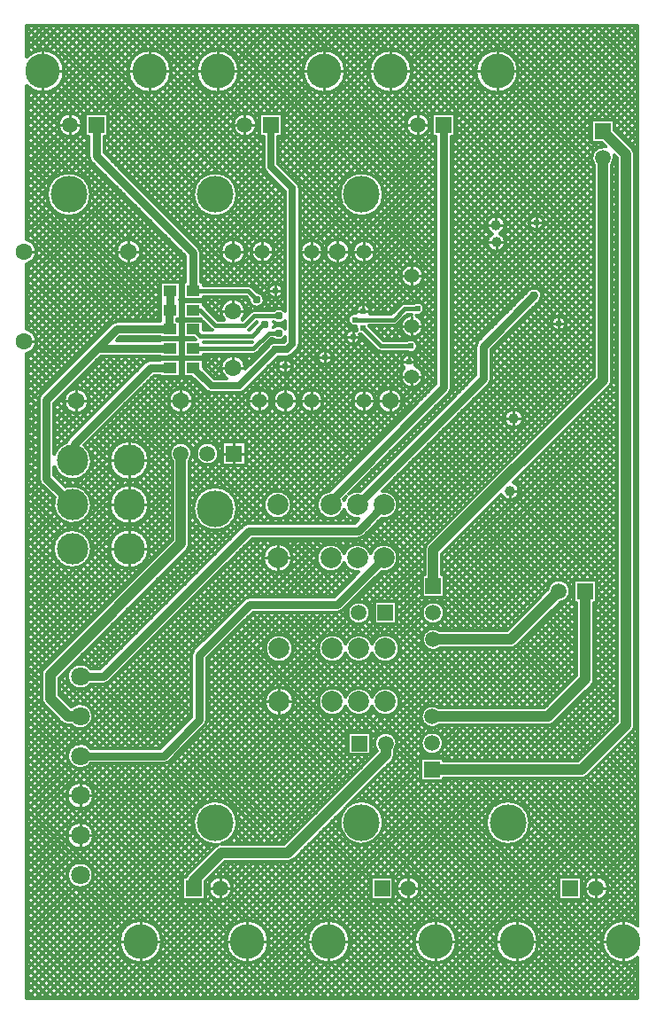
<source format=gbl>
G04*
G04 #@! TF.GenerationSoftware,Altium Limited,Altium Designer,19.1.6 (110)*
G04*
G04 Layer_Physical_Order=2*
G04 Layer_Color=16711680*
%FSLAX23Y23*%
%MOIN*%
G70*
G01*
G75*
%ADD11C,0.010*%
%ADD27C,0.071*%
%ADD28C,0.055*%
%ADD33R,0.049X0.039*%
%ADD36C,0.039*%
%ADD38C,0.016*%
%ADD39C,0.031*%
%ADD41C,0.059*%
%ADD42R,0.059X0.059*%
%ADD43R,0.059X0.059*%
%ADD44C,0.130*%
%ADD45C,0.138*%
%ADD46C,0.024*%
%ADD47C,0.063*%
%ADD48C,0.039*%
%ADD49C,0.079*%
%ADD50C,0.118*%
%ADD51C,0.031*%
%ADD52C,0.012*%
%ADD53C,0.028*%
D11*
X2000Y2980D02*
Y3002D01*
Y2980D02*
X2022D01*
X2000Y2958D02*
Y2980D01*
X1853Y3549D02*
X1928D01*
X1853D02*
Y3624D01*
X1778Y3549D02*
X1853D01*
Y3474D02*
Y3549D01*
X1848Y2971D02*
Y3001D01*
X1978Y2980D02*
X2000D01*
X1848Y2971D02*
X1878D01*
X1849Y2906D02*
X1879D01*
X1818Y2971D02*
X1848D01*
X1819Y2906D02*
X1849D01*
Y2876D02*
Y2906D01*
X2084Y2601D02*
Y2623D01*
Y2601D02*
X2106D01*
X2084Y2579D02*
Y2601D01*
X2062D02*
X2084D01*
X1915Y2244D02*
Y2274D01*
Y2244D02*
X1945D01*
X1915Y2214D02*
Y2244D01*
X1885D02*
X1915D01*
X1901Y1971D02*
X1931D01*
X1451Y3549D02*
Y3624D01*
Y3549D02*
X1526D01*
X1376D02*
X1451D01*
Y3474D02*
Y3549D01*
X1553Y3309D02*
Y3348D01*
Y3388D01*
Y3348D02*
X1593D01*
X1514D02*
X1553D01*
X1531Y2780D02*
Y2817D01*
Y2780D02*
X1569D01*
X1531Y2742D02*
Y2780D01*
X1494D02*
X1531D01*
X1202Y3549D02*
X1277D01*
X1202D02*
Y3624D01*
X1127Y3549D02*
X1202D01*
Y3474D02*
Y3549D01*
X1350Y2871D02*
Y2909D01*
Y2871D02*
X1388D01*
X1350Y2834D02*
Y2871D01*
X1313D02*
X1350D01*
X1252D02*
Y2913D01*
Y2871D02*
X1293D01*
X1252Y2830D02*
Y2871D01*
X1210D02*
X1252D01*
X1153D02*
Y2909D01*
Y2834D02*
Y2871D01*
X1191D01*
X1116D02*
X1153D01*
X1531Y2591D02*
Y2628D01*
Y2591D02*
X1569D01*
X1531Y2553D02*
Y2591D01*
X1519Y2456D02*
X1541D01*
X1519D02*
Y2478D01*
X1494Y2591D02*
X1531D01*
X1497Y2456D02*
X1519D01*
X1531Y2364D02*
Y2402D01*
X1569D01*
X1494D02*
X1531D01*
X1348Y2646D02*
X1370D01*
X1348D02*
Y2668D01*
X1326Y2646D02*
X1348D01*
X1309Y2550D02*
Y2572D01*
X1287Y2550D02*
X1309D01*
X1331D01*
X1309Y2528D02*
Y2550D01*
X1204Y2451D02*
Y2473D01*
Y2494D01*
Y2473D02*
X1226D01*
X1183D02*
X1204D01*
X1449Y2310D02*
Y2352D01*
Y2310D02*
X1490D01*
X1449Y2269D02*
Y2310D01*
X1407D02*
X1449D01*
X1350D02*
Y2348D01*
Y2310D02*
X1388D01*
X1153D02*
Y2348D01*
X1116Y2310D02*
X1153D01*
X1350Y2273D02*
Y2310D01*
X1153D02*
X1191D01*
X1313D02*
X1350D01*
X1153Y2273D02*
Y2310D01*
X2186Y478D02*
X2225D01*
X2265D01*
X2225D02*
Y518D01*
Y438D02*
Y478D01*
X2328Y277D02*
Y352D01*
X2253Y277D02*
X2328D01*
Y202D02*
Y277D01*
X1926D02*
Y352D01*
X1851Y277D02*
X1926D01*
X2001D01*
X1926Y202D02*
Y277D01*
X1901Y1941D02*
Y1971D01*
X1478Y478D02*
X1518D01*
X1557D01*
X1518D02*
Y518D01*
Y438D02*
Y478D01*
X1620Y277D02*
Y352D01*
Y277D02*
X1695D01*
X1545D02*
X1620D01*
Y202D02*
Y277D01*
X1143D02*
X1218D01*
X1293D01*
X1218D02*
Y352D01*
Y202D02*
Y277D01*
X902Y3348D02*
Y3388D01*
Y3309D02*
Y3348D01*
X942D01*
X968Y2871D02*
Y2909D01*
Y2871D02*
X1006D01*
X968Y2834D02*
Y2871D01*
X931D02*
X968D01*
X800Y3549D02*
X875D01*
X863Y3348D02*
X902D01*
X800Y3549D02*
Y3624D01*
Y3474D02*
Y3549D01*
X725D02*
X800D01*
X858Y2871D02*
X899D01*
X858D02*
Y2913D01*
Y2830D02*
Y2871D01*
X817D02*
X858D01*
X1018Y2724D02*
X1040D01*
X1018Y2702D02*
Y2724D01*
X996D02*
X1018D01*
Y2746D01*
X1053Y2440D02*
X1075D01*
X1055Y2310D02*
Y2352D01*
Y2310D02*
X1096D01*
X1013D02*
X1055D01*
Y2269D02*
Y2310D01*
X1053Y2440D02*
Y2462D01*
X1031Y2440D02*
X1053D01*
Y2418D02*
Y2440D01*
X956Y2310D02*
Y2348D01*
Y2310D02*
X994D01*
X956Y2273D02*
Y2310D01*
X919D02*
X956D01*
X858Y2648D02*
Y2689D01*
Y2648D02*
X899D01*
X817D02*
X858D01*
Y2435D02*
X899D01*
X858D02*
Y2477D01*
X817Y2435D02*
X858D01*
X822Y2112D02*
X862D01*
X902D01*
X862D02*
Y2152D01*
X544Y3549D02*
X619D01*
X544D02*
Y3624D01*
X469Y3549D02*
X544D01*
Y3474D02*
Y3549D01*
X245Y3348D02*
Y3388D01*
Y3348D02*
X284D01*
X205D02*
X245D01*
Y3309D02*
Y3348D01*
X464Y2871D02*
Y2913D01*
X423Y2871D02*
X464D01*
X506D01*
X464Y2830D02*
Y2871D01*
X142Y3549D02*
X217D01*
X142D02*
Y3624D01*
Y3474D02*
Y3549D01*
X71Y2871D02*
X112D01*
X661Y2310D02*
X703D01*
X661D02*
Y2352D01*
Y2269D02*
Y2310D01*
X620D02*
X661D01*
X467Y2086D02*
X536D01*
X467D02*
Y2155D01*
X267Y2310D02*
X309D01*
X71Y2534D02*
X112D01*
X267Y2310D02*
Y2352D01*
X226Y2310D02*
X267D01*
Y2269D02*
Y2310D01*
X398Y2086D02*
X467D01*
X1026Y1719D02*
X1075D01*
X1026D02*
Y1768D01*
X977Y1719D02*
X1026D01*
Y1670D02*
Y1719D01*
X862Y2072D02*
Y2112D01*
X1032Y1179D02*
X1081D01*
X1032D02*
Y1228D01*
X983Y1179D02*
X1032D01*
Y1130D02*
Y1179D01*
X810Y478D02*
X849D01*
X810D02*
Y518D01*
X912Y202D02*
Y277D01*
Y352D01*
X810Y438D02*
Y478D01*
X912Y277D02*
X987D01*
X837D02*
X912D01*
X770Y478D02*
X810D01*
X467Y2017D02*
Y2086D01*
Y1920D02*
X536D01*
X467D02*
Y1989D01*
Y1851D02*
Y1920D01*
Y1754D02*
X536D01*
X467D02*
Y1823D01*
X398Y1920D02*
X467D01*
X398Y1754D02*
X467D01*
Y1685D02*
Y1754D01*
X238Y826D02*
X283D01*
Y871D01*
X510Y277D02*
X585D01*
X283Y780D02*
Y826D01*
X328D01*
X283Y676D02*
X328D01*
X283D02*
Y722D01*
Y631D02*
Y676D01*
X238D02*
X283D01*
X510Y277D02*
Y352D01*
Y202D02*
Y277D01*
X435D02*
X510D01*
D27*
X283Y527D02*
D03*
Y676D02*
D03*
Y826D02*
D03*
Y975D02*
D03*
Y1125D02*
D03*
Y1275D02*
D03*
D28*
X968Y2871D02*
D03*
X956Y2310D02*
D03*
X1531Y2780D02*
D03*
Y2591D02*
D03*
Y2402D02*
D03*
X1153Y2871D02*
D03*
X1350D02*
D03*
Y2310D02*
D03*
X1153D02*
D03*
D33*
X621Y2723D02*
D03*
X708D02*
D03*
X621Y2651D02*
D03*
X708D02*
D03*
X621Y2579D02*
D03*
X708D02*
D03*
X621Y2507D02*
D03*
X708D02*
D03*
X621Y2435D02*
D03*
X708D02*
D03*
D36*
X236Y1125D02*
X283D01*
X170Y1191D02*
X236Y1125D01*
X170Y1191D02*
Y1281D01*
X662Y1773D02*
Y2112D01*
X170Y1281D02*
X662Y1773D01*
X1612Y1749D02*
X2251Y2388D01*
X1612Y1613D02*
Y1749D01*
X2251Y2388D02*
Y3224D01*
X814Y611D02*
X1065D01*
X711Y508D02*
X814Y611D01*
X711Y478D02*
Y508D01*
X1433Y979D02*
Y1022D01*
X1065Y611D02*
X1433Y979D01*
X2251Y3324D02*
X2337Y3238D01*
X2337Y1090D01*
X2170Y923D02*
X2337Y1090D01*
X1608Y923D02*
X2170D01*
X1903Y1413D02*
X2085Y1595D01*
X1612Y1413D02*
X1903D01*
X2044Y1123D02*
X2185Y1264D01*
Y1595D01*
X1608Y1123D02*
X2044D01*
D38*
X938Y2629D02*
X1031D01*
X902Y2593D02*
X938Y2629D01*
X792Y2593D02*
X902D01*
X734Y2651D02*
X792Y2593D01*
X708Y2651D02*
X734D01*
X733Y2554D02*
X929D01*
X708Y2579D02*
X733Y2554D01*
X929D02*
X972Y2598D01*
X1347Y2584D02*
X1415Y2516D01*
X1528D01*
X1504Y2656D02*
X1553D01*
X1463Y2615D02*
X1504Y2656D01*
X1316Y2615D02*
X1463D01*
X915Y2723D02*
X946Y2691D01*
X708Y2723D02*
X915D01*
X972Y2598D02*
X976D01*
X993Y2565D02*
X1029D01*
X935Y2507D02*
X993Y2565D01*
X708Y2507D02*
X935D01*
D39*
X618Y2579D02*
Y2648D01*
X1652Y2361D02*
Y3348D01*
X1226Y1935D02*
X1652Y2361D01*
X343Y3231D02*
Y3348D01*
X918Y1822D02*
X1329D01*
X371Y1275D02*
X918Y1822D01*
X283Y1275D02*
X371D01*
X283Y975D02*
X597D01*
X731Y1110D01*
X155Y2018D02*
Y2314D01*
Y2018D02*
X254Y1920D01*
X731Y1355D02*
X921Y1545D01*
X731Y1110D02*
Y1355D01*
X1252Y1545D02*
X1426Y1719D01*
X921Y1545D02*
X1252D01*
X1329Y1822D02*
X1426Y1919D01*
X708Y2723D02*
Y2867D01*
X343Y3231D02*
X708Y2867D01*
X1226Y1919D02*
Y1935D01*
X1326Y1919D02*
X1802Y2395D01*
Y2515D01*
X1992Y2706D01*
X354Y2513D02*
X420Y2579D01*
X155Y2314D02*
X354Y2513D01*
X360Y2507D01*
X420Y2579D02*
X618D01*
X360Y2507D02*
X621D01*
X618Y2579D02*
X621D01*
Y2651D02*
Y2723D01*
X618Y2648D02*
X621Y2651D01*
X547Y2435D02*
X621D01*
X259Y2147D02*
X547Y2435D01*
X259Y2138D02*
Y2147D01*
D41*
X662Y2112D02*
D03*
X762D02*
D03*
X245Y3348D02*
D03*
X902D02*
D03*
X2225Y478D02*
D03*
X810D02*
D03*
X1553Y3348D02*
D03*
X1518Y478D02*
D03*
X2085Y1595D02*
D03*
X2251Y3224D02*
D03*
X1332Y1513D02*
D03*
X1433Y1022D02*
D03*
X1612Y1513D02*
D03*
Y1413D02*
D03*
X1608Y1023D02*
D03*
Y1123D02*
D03*
D42*
X862Y2112D02*
D03*
X2185Y1595D02*
D03*
X1432Y1513D02*
D03*
X1333Y1022D02*
D03*
D43*
X343Y3348D02*
D03*
X1001D02*
D03*
X2127Y478D02*
D03*
X711D02*
D03*
X1652Y3348D02*
D03*
X1419Y478D02*
D03*
X2251Y3324D02*
D03*
X1612Y1613D02*
D03*
X1608Y923D02*
D03*
D44*
X142Y3549D02*
D03*
X544D02*
D03*
X800D02*
D03*
X1202D02*
D03*
X2328Y277D02*
D03*
X1926D02*
D03*
X912D02*
D03*
X510D02*
D03*
X1451Y3549D02*
D03*
X1853D02*
D03*
X1620Y277D02*
D03*
X1218D02*
D03*
D45*
X1893Y724D02*
D03*
X1342D02*
D03*
X791D02*
D03*
Y1905D02*
D03*
Y3086D02*
D03*
X240D02*
D03*
X1342D02*
D03*
D46*
X1553Y2656D02*
D03*
X1528Y2516D02*
D03*
X2084Y2601D02*
D03*
X1316Y2615D02*
D03*
X1348Y2646D02*
D03*
X1347Y2584D02*
D03*
X2000Y2980D02*
D03*
X1309Y2550D02*
D03*
X1519Y2456D02*
D03*
X1053Y2440D02*
D03*
X1204Y2473D02*
D03*
X1018Y2724D02*
D03*
D47*
X858Y2871D02*
D03*
X1055Y2310D02*
D03*
X1449D02*
D03*
X1252Y2871D02*
D03*
X858Y2648D02*
D03*
Y2435D02*
D03*
X661Y2310D02*
D03*
X267D02*
D03*
X464Y2871D02*
D03*
X71D02*
D03*
X71Y2534D02*
D03*
D48*
X1901Y1971D02*
D03*
X1915Y2244D02*
D03*
X1848Y2971D02*
D03*
X1849Y2906D02*
D03*
D49*
X1432Y1179D02*
D03*
X1332D02*
D03*
X1232D02*
D03*
X1032D02*
D03*
X1432Y1379D02*
D03*
X1332D02*
D03*
X1232D02*
D03*
X1032D02*
D03*
X1426Y1719D02*
D03*
X1326D02*
D03*
X1226D02*
D03*
X1026D02*
D03*
X1426Y1919D02*
D03*
X1326D02*
D03*
X1226D02*
D03*
X1026D02*
D03*
D50*
X467Y1920D02*
D03*
X254D02*
D03*
X467Y1754D02*
D03*
X254Y2086D02*
D03*
X467D02*
D03*
X254Y1754D02*
D03*
D51*
X1992Y2706D02*
D03*
X976Y2598D02*
D03*
X1029Y2565D02*
D03*
X946Y2691D02*
D03*
X1031Y2629D02*
D03*
X1017Y2503D02*
D03*
D52*
X2370Y3238D02*
G03*
X2361Y3262I-33J0D01*
G01*
X2370Y3238D02*
G03*
X2361Y3262I-33J0D01*
G01*
X2262Y3266D02*
G03*
X2218Y3197I-11J-42D01*
G01*
X2284D02*
G03*
X2294Y3224I-33J27D01*
G01*
X1933Y3549D02*
G03*
X1933Y3549I-81J0D01*
G01*
X2028Y2980D02*
G03*
X2028Y2980I-28J0D01*
G01*
X1863Y2939D02*
G03*
X1884Y2971I-15J32D01*
G01*
D02*
G03*
X1834Y2938I-36J0D01*
G01*
X1885Y2906D02*
G03*
X1863Y2939I-36J0D01*
G01*
X1834Y2938D02*
G03*
X1885Y2906I15J-32D01*
G01*
X2275Y2364D02*
G03*
X2284Y2388I-24J24D01*
G01*
X2275Y2364D02*
G03*
X2284Y2388I-24J24D01*
G01*
X2022Y2706D02*
G03*
X1972Y2726I-30J0D01*
G01*
X2013Y2685D02*
G03*
X2022Y2706I-21J21D01*
G01*
D02*
G03*
X1972Y2726I-30J0D01*
G01*
X2013Y2685D02*
G03*
X2022Y2706I-21J21D01*
G01*
X2112Y2601D02*
G03*
X2112Y2601I-28J0D01*
G01*
X1823Y2374D02*
G03*
X1832Y2395I-21J21D01*
G01*
X1951Y2244D02*
G03*
X1951Y2244I-36J0D01*
G01*
X1937Y1971D02*
G03*
X1914Y2004I-36J0D01*
G01*
X1532Y3549D02*
G03*
X1532Y3549I-81J0D01*
G01*
X1599Y3348D02*
G03*
X1599Y3348I-45J0D01*
G01*
X1575Y2780D02*
G03*
X1575Y2780I-43J0D01*
G01*
X1425Y3086D02*
G03*
X1425Y3086I-83J0D01*
G01*
X1282Y3549D02*
G03*
X1282Y3549I-81J0D01*
G01*
X1394Y2871D02*
G03*
X1394Y2871I-43J0D01*
G01*
X1299D02*
G03*
X1299Y2871I-47J0D01*
G01*
X1197D02*
G03*
X1197Y2871I-43J0D01*
G01*
X1781Y2536D02*
G03*
X1772Y2515I21J-21D01*
G01*
X1781Y2536D02*
G03*
X1772Y2515I21J-21D01*
G01*
X1579Y2656D02*
G03*
X1539Y2678I-26J0D01*
G01*
X1548Y2631D02*
G03*
X1579Y2656I5J25D01*
G01*
X1575Y2591D02*
G03*
X1548Y2631I-43J0D01*
G01*
X1504Y2678D02*
G03*
X1489Y2671I0J-22D01*
G01*
X1504Y2678D02*
G03*
X1489Y2671I0J-22D01*
G01*
X1530Y2634D02*
G03*
X1575Y2591I2J-43D01*
G01*
X1463Y2593D02*
G03*
X1478Y2600I0J22D01*
G01*
X1554Y2516D02*
G03*
X1514Y2538I-26J0D01*
G01*
Y2494D02*
G03*
X1554Y2516I14J22D01*
G01*
X1544Y2444D02*
G03*
X1547Y2456I-25J12D01*
G01*
D02*
G03*
X1502Y2434I-28J0D01*
G01*
X1823Y2374D02*
G03*
X1832Y2395I-21J21D01*
G01*
X1673Y2340D02*
G03*
X1681Y2361I-21J21D01*
G01*
X1673Y2340D02*
G03*
X1681Y2361I-21J21D01*
G01*
X1575Y2402D02*
G03*
X1544Y2444I-43J0D01*
G01*
X1502Y2434D02*
G03*
X1575Y2402I29J-32D01*
G01*
X1463Y2593D02*
G03*
X1478Y2600I0J22D01*
G01*
X1400Y2501D02*
G03*
X1415Y2494I15J15D01*
G01*
X1400Y2501D02*
G03*
X1415Y2494I15J15D01*
G01*
X1376Y2646D02*
G03*
X1321Y2640I-28J0D01*
G01*
X1322Y2590D02*
G03*
X1324Y2574I25J-6D01*
G01*
X1337Y2550D02*
G03*
X1334Y2562I-28J0D01*
G01*
X1321Y2640D02*
G03*
X1322Y2590I-5J-25D01*
G01*
X1324Y2574D02*
G03*
X1337Y2550I-15J-24D01*
G01*
X1232Y2473D02*
G03*
X1232Y2473I-28J0D01*
G01*
X1496Y2310D02*
G03*
X1496Y2310I-47J0D01*
G01*
X1394D02*
G03*
X1394Y2310I-43J0D01*
G01*
X1197D02*
G03*
X1197Y2310I-43J0D01*
G01*
X2089Y1552D02*
G03*
X2128Y1595I-4J43D01*
G01*
X2209Y1240D02*
G03*
X2218Y1264I-24J24D01*
G01*
X2209Y1240D02*
G03*
X2218Y1264I-24J24D01*
G01*
X1868Y1958D02*
G03*
X1937Y1971I33J13D01*
G01*
X2128Y1595D02*
G03*
X2042Y1599I-43J0D01*
G01*
X1903Y1380D02*
G03*
X1927Y1389I0J33D01*
G01*
X1903Y1380D02*
G03*
X1927Y1389I0J33D01*
G01*
X2361Y1066D02*
G03*
X2370Y1090I-24J24D01*
G01*
X2361Y1066D02*
G03*
X2370Y1090I-24J24D01*
G01*
X2170Y890D02*
G03*
X2194Y899I0J33D01*
G01*
X2170Y890D02*
G03*
X2194Y899I0J33D01*
G01*
X2382Y337D02*
G03*
X2382Y217I-54J-60D01*
G01*
X2271Y478D02*
G03*
X2271Y478I-45J0D01*
G01*
X2044Y1090D02*
G03*
X2068Y1099I0J33D01*
G01*
X2044Y1090D02*
G03*
X2068Y1099I0J33D01*
G01*
X1976Y724D02*
G03*
X1976Y724I-83J0D01*
G01*
X2007Y277D02*
G03*
X2007Y277I-81J0D01*
G01*
X1588Y1772D02*
G03*
X1579Y1749I24J-24D01*
G01*
X1588Y1772D02*
G03*
X1579Y1749I24J-24D01*
G01*
X1416Y1867D02*
G03*
X1479Y1919I10J52D01*
G01*
D02*
G03*
X1421Y1972I-53J0D01*
G01*
X1416Y1667D02*
G03*
X1479Y1719I10J52D01*
G01*
X1655Y1513D02*
G03*
X1655Y1513I-43J0D01*
G01*
X1639Y1446D02*
G03*
X1639Y1380I-27J-33D01*
G01*
X1329Y1792D02*
G03*
X1350Y1801I0J30D01*
G01*
X1336Y1971D02*
G03*
X1295Y1962I-10J-52D01*
G01*
X1276Y1901D02*
G03*
X1331Y1866I50J18D01*
G01*
X1329Y1792D02*
G03*
X1350Y1801I0J30D01*
G01*
X1479Y1719D02*
G03*
X1376Y1737I-53J0D01*
G01*
D02*
G03*
X1276Y1737I-50J-18D01*
G01*
Y1701D02*
G03*
X1331Y1666I50J18D01*
G01*
X1283Y1950D02*
G03*
X1276Y1937I43J-31D01*
G01*
X1221Y1972D02*
G03*
X1276Y1901I5J-53D01*
G01*
Y1737D02*
G03*
X1276Y1701I-50J-18D01*
G01*
X1485Y1379D02*
G03*
X1382Y1397I-53J0D01*
G01*
Y1361D02*
G03*
X1485Y1379I50J18D01*
G01*
X1252Y1515D02*
G03*
X1272Y1524I0J30D01*
G01*
X1375Y1513D02*
G03*
X1375Y1513I-43J0D01*
G01*
X1252Y1515D02*
G03*
X1272Y1524I0J30D01*
G01*
X1382Y1397D02*
G03*
X1282Y1397I-50J-18D01*
G01*
Y1361D02*
G03*
X1382Y1361I50J18D01*
G01*
X1282Y1397D02*
G03*
X1282Y1361I-50J-18D01*
G01*
X1651Y1023D02*
G03*
X1651Y1023I-43J0D01*
G01*
X1635Y1156D02*
G03*
X1635Y1090I-27J-33D01*
G01*
X1466Y995D02*
G03*
X1476Y1022I-33J27D01*
G01*
X1457Y955D02*
G03*
X1466Y979I-24J24D01*
G01*
X1457Y955D02*
G03*
X1466Y979I-24J24D01*
G01*
X1563Y478D02*
G03*
X1563Y478I-45J0D01*
G01*
X1701Y277D02*
G03*
X1701Y277I-81J0D01*
G01*
X1485Y1179D02*
G03*
X1382Y1197I-53J0D01*
G01*
Y1161D02*
G03*
X1485Y1179I50J18D01*
G01*
X1476Y1022D02*
G03*
X1400Y995I-43J0D01*
G01*
X1425Y724D02*
G03*
X1288Y787I-83J0D01*
G01*
X1280Y778D02*
G03*
X1425Y724I62J-54D01*
G01*
X1382Y1197D02*
G03*
X1282Y1197I-50J-18D01*
G01*
Y1161D02*
G03*
X1382Y1161I50J18D01*
G01*
X1282Y1197D02*
G03*
X1282Y1161I-50J-18D01*
G01*
X1299Y277D02*
G03*
X1299Y277I-81J0D01*
G01*
X973Y3190D02*
G03*
X981Y3170I28J0D01*
G01*
X973Y3190D02*
G03*
X981Y3170I28J0D01*
G01*
X1110Y3109D02*
G03*
X1101Y3128I-28J0D01*
G01*
X1110Y3109D02*
G03*
X1101Y3128I-28J0D01*
G01*
X1012Y2871D02*
G03*
X1012Y2871I-43J0D01*
G01*
X881Y3549D02*
G03*
X881Y3549I-81J0D01*
G01*
X948Y3348D02*
G03*
X948Y3348I-45J0D01*
G01*
X874Y3086D02*
G03*
X874Y3086I-83J0D01*
G01*
X905Y2871D02*
G03*
X905Y2871I-47J0D01*
G01*
X737Y2867D02*
G03*
X728Y2888I-30J0D01*
G01*
X737Y2867D02*
G03*
X728Y2888I-30J0D01*
G01*
X1046Y2724D02*
G03*
X1046Y2724I-28J0D01*
G01*
X1101Y2504D02*
G03*
X1110Y2523I-19J19D01*
G01*
X1101Y2504D02*
G03*
X1110Y2523I-19J19D01*
G01*
X1062Y2475D02*
G03*
X1082Y2484I0J28D01*
G01*
X1011Y2607D02*
G03*
X1054Y2611I20J22D01*
G01*
Y2580D02*
G03*
X1009Y2587I-25J-15D01*
G01*
X1054Y2647D02*
G03*
X1011Y2651I-23J-18D01*
G01*
X1009Y2543D02*
G03*
X1054Y2550I20J22D01*
G01*
X1028Y2531D02*
G03*
X990Y2515I-11J-28D01*
G01*
X976Y2691D02*
G03*
X948Y2721I-30J0D01*
G01*
X930Y2738D02*
G03*
X915Y2745I-15J-15D01*
G01*
X930Y2738D02*
G03*
X915Y2745I-15J-15D01*
G01*
X917Y2690D02*
G03*
X976Y2691I30J1D01*
G01*
X938Y2651D02*
G03*
X923Y2644I0J-22D01*
G01*
X938Y2651D02*
G03*
X923Y2644I0J-22D01*
G01*
X935Y2485D02*
G03*
X950Y2492I0J22D01*
G01*
X935Y2485D02*
G03*
X950Y2492I0J22D01*
G01*
X1062Y2475D02*
G03*
X1082Y2484I0J28D01*
G01*
X1081Y2440D02*
G03*
X1081Y2440I-28J0D01*
G01*
X1102Y2310D02*
G03*
X1102Y2310I-47J0D01*
G01*
X1000D02*
G03*
X1000Y2310I-43J0D01*
G01*
X905Y2648D02*
G03*
X824Y2615I-47J0D01*
G01*
X892D02*
G03*
X905Y2648I-34J33D01*
G01*
Y2435D02*
G03*
X834Y2395I-47J0D01*
G01*
X881Y2339D02*
G03*
X900Y2348I0J28D01*
G01*
X881Y2339D02*
G03*
X900Y2348I0J28D01*
G01*
X756D02*
G03*
X776Y2339I19J19D01*
G01*
X756Y2348D02*
G03*
X776Y2339I19J19D01*
G01*
X625Y3549D02*
G03*
X625Y3549I-81J0D01*
G01*
X314Y3231D02*
G03*
X322Y3210I30J0D01*
G01*
X314Y3231D02*
G03*
X322Y3210I30J0D01*
G01*
X512Y2871D02*
G03*
X512Y2871I-47J0D01*
G01*
X82Y3495D02*
G03*
X223Y3549I60J54D01*
G01*
D02*
G03*
X82Y3603I-81J0D01*
G01*
X290Y3348D02*
G03*
X290Y3348I-45J0D01*
G01*
X323Y3086D02*
G03*
X323Y3086I-83J0D01*
G01*
X118Y2871D02*
G03*
X82Y2917I-47J0D01*
G01*
Y2825D02*
G03*
X118Y2871I-11J46D01*
G01*
X695Y2085D02*
G03*
X705Y2112I-33J27D01*
G01*
X709Y2310D02*
G03*
X709Y2310I-47J0D01*
G01*
X705Y2112D02*
G03*
X629Y2085I-43J0D01*
G01*
X547Y2465D02*
G03*
X526Y2456I0J-30D01*
G01*
X547Y2465D02*
G03*
X526Y2456I0J-30D01*
G01*
X420Y2609D02*
G03*
X399Y2600I0J-30D01*
G01*
X420Y2609D02*
G03*
X399Y2600I0J-30D01*
G01*
X118Y2534D02*
G03*
X82Y2580I-47J0D01*
G01*
Y2488D02*
G03*
X118Y2534I-11J46D01*
G01*
X134Y2335D02*
G03*
X126Y2314I21J-21D01*
G01*
X134Y2335D02*
G03*
X126Y2314I21J-21D01*
G01*
X315Y2310D02*
G03*
X315Y2310I-47J0D01*
G01*
X326Y2086D02*
G03*
X298Y2144I-73J0D01*
G01*
X238Y2167D02*
G03*
X230Y2155I21J-21D01*
G01*
X238Y2167D02*
G03*
X230Y2155I21J-21D01*
G01*
Y2155D02*
G03*
X185Y2110I23J-69D01*
G01*
X1079Y1919D02*
G03*
X1079Y1919I-53J0D01*
G01*
X918Y1852D02*
G03*
X897Y1843I0J-30D01*
G01*
X918Y1852D02*
G03*
X897Y1843I0J-30D01*
G01*
X1081Y1719D02*
G03*
X1081Y1719I-55J0D01*
G01*
X1085Y1379D02*
G03*
X1085Y1379I-53J0D01*
G01*
X921Y1574D02*
G03*
X900Y1565I0J-30D01*
G01*
X921Y1574D02*
G03*
X900Y1565I0J-30D01*
G01*
X874Y1905D02*
G03*
X874Y1905I-83J0D01*
G01*
X805Y2112D02*
G03*
X805Y2112I-43J0D01*
G01*
X710Y1376D02*
G03*
X701Y1355I21J-21D01*
G01*
X710Y1376D02*
G03*
X701Y1355I21J-21D01*
G01*
X1087Y1179D02*
G03*
X1087Y1179I-55J0D01*
G01*
X813Y644D02*
G03*
X874Y724I-21J80D01*
G01*
X1065Y578D02*
G03*
X1089Y587I0J33D01*
G01*
X1065Y578D02*
G03*
X1089Y587I0J33D01*
G01*
X993Y277D02*
G03*
X993Y277I-81J0D01*
G01*
X874Y724D02*
G03*
X802Y642I-83J0D01*
G01*
X752Y1089D02*
G03*
X761Y1110I-21J21D01*
G01*
X752Y1089D02*
G03*
X761Y1110I-21J21D01*
G01*
X802Y642D02*
G03*
X790Y635I12J-31D01*
G01*
X802Y642D02*
G03*
X790Y635I12J-31D01*
G01*
X855Y478D02*
G03*
X855Y478I-45J0D01*
G01*
X542Y2086D02*
G03*
X542Y2086I-75J0D01*
G01*
Y1920D02*
G03*
X542Y1920I-75J0D01*
G01*
X686Y1750D02*
G03*
X695Y1773I-24J24D01*
G01*
X686Y1750D02*
G03*
X695Y1773I-24J24D01*
G01*
X542Y1754D02*
G03*
X542Y1754I-75J0D01*
G01*
X185Y2062D02*
G03*
X326Y2086I69J24D01*
G01*
Y1920D02*
G03*
X227Y1988I-73J0D01*
G01*
X186Y1946D02*
G03*
X326Y1920I68J-26D01*
G01*
X126Y2018D02*
G03*
X134Y1997I30J0D01*
G01*
X126Y2018D02*
G03*
X134Y1997I30J0D01*
G01*
X326Y1754D02*
G03*
X326Y1754I-73J0D01*
G01*
X597Y946D02*
G03*
X617Y955I0J30D01*
G01*
X597Y946D02*
G03*
X617Y955I0J30D01*
G01*
X371Y1245D02*
G03*
X391Y1254I0J30D01*
G01*
X371Y1245D02*
G03*
X391Y1254I0J30D01*
G01*
X322Y1304D02*
G03*
X322Y1245I-39J-30D01*
G01*
X332Y1125D02*
G03*
X248Y1160I-49J0D01*
G01*
X247Y1092D02*
G03*
X332Y1125I36J33D01*
G01*
X322Y1005D02*
G03*
X322Y946I-39J-30D01*
G01*
X688Y532D02*
G03*
X680Y521I24J-24D01*
G01*
X688Y532D02*
G03*
X680Y521I24J-24D01*
G01*
X591Y277D02*
G03*
X591Y277I-81J0D01*
G01*
X332Y527D02*
G03*
X332Y527I-49J0D01*
G01*
X212Y1101D02*
G03*
X236Y1092I24J24D01*
G01*
X212Y1101D02*
G03*
X236Y1092I24J24D01*
G01*
X334Y826D02*
G03*
X334Y826I-51J0D01*
G01*
X146Y1305D02*
G03*
X137Y1281I24J-24D01*
G01*
X146Y1305D02*
G03*
X137Y1281I24J-24D01*
G01*
Y1191D02*
G03*
X146Y1167I33J0D01*
G01*
X137Y1191D02*
G03*
X146Y1167I33J0D01*
G01*
X334Y676D02*
G03*
X334Y676I-51J0D01*
G01*
X2312Y3720D02*
X2382Y3650D01*
X2283Y3720D02*
X2382Y3622D01*
X2368Y3720D02*
X2382Y3707D01*
X2340Y3720D02*
X2382Y3678D01*
X2227Y3720D02*
X2382Y3565D01*
X2199Y3720D02*
X2382Y3537D01*
X2255Y3720D02*
X2382Y3594D01*
X2142Y3720D02*
X2382Y3481D01*
X2114Y3720D02*
X2382Y3452D01*
X2170Y3720D02*
X2382Y3509D01*
X2029Y3720D02*
X2382Y3367D01*
X2001Y3720D02*
X2382Y3339D01*
X2085Y3720D02*
X2382Y3424D01*
X2326Y3296D02*
X2382Y3352D01*
X2340Y3282D02*
X2382Y3324D01*
X2298Y3324D02*
X2382Y3408D01*
X2312Y3310D02*
X2382Y3380D01*
X2367Y3252D02*
X2382Y3267D01*
X2370Y3209D02*
X2382Y3198D01*
X2355Y3268D02*
X2382Y3295D01*
X2256Y3367D02*
X2382Y3493D01*
X2284Y3367D02*
X2382Y3465D01*
X2057Y3720D02*
X2382Y3396D01*
X2294Y3349D02*
X2382Y3437D01*
X2294Y3342D02*
X2382Y3254D01*
X2228Y3367D02*
X2382Y3521D01*
X2294Y3328D02*
Y3367D01*
Y3328D02*
X2361Y3262D01*
X2242Y3281D02*
X2256Y3267D01*
X2247Y3281D02*
X2262Y3266D01*
X2370Y3227D02*
X2382Y3239D01*
X2208Y3367D02*
X2294D01*
X2208Y3281D02*
X2247D01*
X2208D02*
Y3367D01*
X2239Y3266D02*
X2251Y3277D01*
X2214Y3281D02*
X2232Y3263D01*
X2370Y3237D02*
X2382Y3226D01*
X2370Y3199D02*
X2382Y3210D01*
X2294Y3229D02*
X2304Y3220D01*
X2370Y3181D02*
X2382Y3169D01*
X2370Y3142D02*
X2382Y3154D01*
X2370Y3171D02*
X2382Y3182D01*
X2293Y3235D02*
X2304Y3224D01*
X2288Y3201D02*
X2304Y3217D01*
X2284Y3169D02*
X2304Y3188D01*
X2284Y3182D02*
X2304Y3163D01*
X2290Y3205D02*
X2304Y3191D01*
X2370Y3124D02*
X2382Y3113D01*
X2370Y3086D02*
X2382Y3097D01*
X2370Y3153D02*
X2382Y3141D01*
X2370Y3114D02*
X2382Y3126D01*
X2370Y3057D02*
X2382Y3069D01*
X2370Y3068D02*
X2382Y3056D01*
X2370Y3096D02*
X2382Y3085D01*
X2284Y3125D02*
X2304Y3106D01*
X2284Y3085D02*
X2304Y3104D01*
X2284Y3113D02*
X2304Y3132D01*
X2284Y3056D02*
X2304Y3075D01*
X2284Y3069D02*
X2304Y3050D01*
X2284Y3097D02*
X2304Y3078D01*
X2370Y3001D02*
X2382Y3012D01*
X2370Y3011D02*
X2382Y3000D01*
X2370Y3029D02*
X2382Y3041D01*
X2370Y3039D02*
X2382Y3028D01*
X2370Y2983D02*
X2382Y2971D01*
X2370Y2888D02*
X2382Y2899D01*
X2370Y2973D02*
X2382Y2984D01*
X2284Y3000D02*
X2304Y3019D01*
X2370Y2944D02*
X2382Y2956D01*
X2284Y3041D02*
X2304Y3022D01*
X2370Y2916D02*
X2382Y2928D01*
X2370Y2926D02*
X2382Y2915D01*
X2370Y2955D02*
X2382Y2943D01*
X2284Y3028D02*
X2304Y3047D01*
X2284Y3012D02*
X2304Y2993D01*
X2284Y3141D02*
X2304Y3160D01*
X2284Y3154D02*
X2304Y3135D01*
X2284Y2971D02*
X2304Y2990D01*
X2284Y2984D02*
X2304Y2965D01*
X2284Y2388D02*
Y3197D01*
X2008Y3006D02*
X2211Y3209D01*
X2024Y2994D02*
X2218Y3187D01*
Y2402D02*
Y3197D01*
X2027Y2987D02*
X2218Y2796D01*
X2023Y2964D02*
X2218Y3159D01*
X2284Y2956D02*
X2304Y2937D01*
X2284Y2915D02*
X2304Y2934D01*
X2284Y2943D02*
X2304Y2962D01*
X2284Y2887D02*
X2304Y2906D01*
X2284Y2899D02*
X2304Y2880D01*
X2284Y2928D02*
X2304Y2908D01*
X2022Y2963D02*
X2218Y2768D01*
X2012Y2727D02*
X2218Y2933D01*
X2022Y2709D02*
X2218Y2904D01*
X2005Y2953D02*
X2218Y2740D01*
X1916Y3720D02*
X2269Y3367D01*
X1972Y3720D02*
X2382Y3311D01*
X1859Y3720D02*
X2212Y3367D01*
X1887Y3720D02*
X2241Y3367D01*
X1681Y3075D02*
X2326Y3720D01*
X1944D02*
X2382Y3283D01*
X1681Y3160D02*
X2242Y3720D01*
X1681Y3132D02*
X2270Y3720D01*
X1681Y3104D02*
X2298Y3720D01*
X1681Y3189D02*
X2213Y3720D01*
X1548D02*
X2218Y3051D01*
X1681Y3047D02*
X2355Y3720D01*
X1491D02*
X2218Y2994D01*
X1932Y3534D02*
X2216Y3250D01*
X1914Y3496D02*
X2218Y3192D01*
X1932Y3563D02*
X2208Y3287D01*
X1925Y3513D02*
X2208Y3230D01*
X1899Y3483D02*
X2218Y3164D01*
X1880Y3473D02*
X2218Y3136D01*
X1864Y3003D02*
X2208Y3347D01*
X1823Y3474D02*
X2218Y3079D01*
X1857Y3468D02*
X2218Y3108D01*
X1831Y3720D02*
X2208Y3344D01*
X1681Y3019D02*
X2382Y3719D01*
X1837Y3005D02*
X2382Y3550D01*
X1520Y3720D02*
X2218Y3023D01*
X1888Y3622D02*
X1987Y3720D01*
X1905Y3610D02*
X2015Y3720D01*
X1839Y3629D02*
X1930Y3720D01*
X1867Y3629D02*
X1959Y3720D01*
X1928Y3577D02*
X2072Y3720D01*
X1803D02*
X2208Y3315D01*
X1919Y3596D02*
X2044Y3720D01*
X1774D02*
X1866Y3629D01*
X1547Y3393D02*
X1874Y3720D01*
X1746D02*
X1838Y3629D01*
X1681Y3245D02*
X2157Y3720D01*
X1681Y3217D02*
X2185Y3720D01*
X1572Y3390D02*
X1902Y3720D01*
X1933Y3554D02*
X2100Y3720D01*
X1928Y3520D02*
X2128Y3720D01*
X1681Y3273D02*
X1881Y3473D01*
X1695Y3315D02*
X1848Y3468D01*
X1695Y3319D02*
X2007Y3007D01*
X1681Y3304D02*
X1983Y3002D01*
X1681Y3163D02*
X1839Y3005D01*
X1681Y2991D02*
X2382Y3691D01*
X1681Y2962D02*
X2382Y3663D01*
X1681Y2934D02*
X2382Y3635D01*
X1875Y2930D02*
X2226Y3281D01*
X1681Y2906D02*
X2382Y3606D01*
X1695Y3375D02*
X2218Y2853D01*
X1695Y3347D02*
X2218Y2825D01*
X1435Y3720D02*
X2218Y2938D01*
X1407Y3720D02*
X2218Y2910D01*
X1463Y3720D02*
X2218Y2966D01*
X1681Y2877D02*
X2382Y3578D01*
X1529Y3570D02*
X2218Y2881D01*
X1681Y3248D02*
X2218Y2712D01*
X1883Y2962D02*
X2218Y2627D01*
X1872Y2944D02*
X2218Y2598D01*
X1992Y2735D02*
X2218Y2961D01*
X1681Y2566D02*
X2218Y3102D01*
X1884Y2903D02*
X2218Y2570D01*
X1681Y2595D02*
X2218Y3131D01*
X1681Y3191D02*
X2218Y2655D01*
X1681Y2538D02*
X2218Y3074D01*
X1681Y3220D02*
X2218Y2683D01*
X1681Y2481D02*
X2218Y3018D01*
X1681Y2453D02*
X2218Y2989D01*
X1681Y2510D02*
X2218Y3046D01*
X1878Y2990D02*
X2208Y3319D01*
X1883Y2966D02*
X2208Y3291D01*
X1884Y2911D02*
X2209Y3236D01*
X1681Y3276D02*
X1973Y2985D01*
X1110Y2984D02*
X1846Y3720D01*
X1681Y3022D02*
X1974Y2729D01*
X1681Y2679D02*
X1974Y2972D01*
X1681Y2993D02*
X1960Y2715D01*
X1681Y2965D02*
X1946Y2701D01*
X1681Y2937D02*
X1932Y2686D01*
X1681Y2623D02*
X2016Y2957D01*
X1681Y2651D02*
X1986Y2956D01*
X1681Y2908D02*
X1917Y2672D01*
X2370Y2785D02*
X2382Y2773D01*
X2370Y2746D02*
X2382Y2758D01*
X2370Y2813D02*
X2382Y2802D01*
X2370Y2775D02*
X2382Y2786D01*
X2370Y2718D02*
X2382Y2730D01*
X2370Y2728D02*
X2382Y2717D01*
X2370Y2757D02*
X2382Y2745D01*
X2370Y2859D02*
X2382Y2871D01*
X2370Y2870D02*
X2382Y2858D01*
X2370Y2898D02*
X2382Y2887D01*
X2370Y2842D02*
X2382Y2830D01*
X2370Y2803D02*
X2382Y2814D01*
X2370Y2831D02*
X2382Y2843D01*
X2370Y2577D02*
X2382Y2588D01*
X2370Y2587D02*
X2382Y2575D01*
X2370Y2605D02*
X2382Y2616D01*
X2370Y2615D02*
X2382Y2604D01*
X2370Y2559D02*
X2382Y2547D01*
X2370Y2520D02*
X2382Y2532D01*
X2370Y2548D02*
X2382Y2560D01*
X2370Y2700D02*
X2382Y2689D01*
X2370Y2661D02*
X2382Y2673D01*
X2370Y2690D02*
X2382Y2701D01*
X2370Y2633D02*
X2382Y2645D01*
X2370Y2644D02*
X2382Y2632D01*
X2370Y2672D02*
X2382Y2660D01*
X2284Y2745D02*
X2304Y2764D01*
X2284Y2758D02*
X2304Y2739D01*
X2284Y2773D02*
X2304Y2792D01*
X2284Y2786D02*
X2304Y2767D01*
X2284Y2730D02*
X2304Y2710D01*
X2284Y2689D02*
X2304Y2708D01*
X2284Y2717D02*
X2304Y2736D01*
X2284Y2871D02*
X2304Y2852D01*
X2284Y2830D02*
X2304Y2849D01*
X2284Y2858D02*
X2304Y2877D01*
X2284Y2802D02*
X2304Y2821D01*
X2284Y2814D02*
X2304Y2795D01*
X2284Y2843D02*
X2304Y2824D01*
X2284Y2575D02*
X2304Y2595D01*
X2284Y2588D02*
X2304Y2569D01*
X2284Y2616D02*
X2304Y2597D01*
X2284Y2560D02*
X2304Y2541D01*
X2284Y2519D02*
X2304Y2538D01*
X2284Y2547D02*
X2304Y2566D01*
X2284Y2660D02*
X2304Y2679D01*
X2284Y2673D02*
X2304Y2654D01*
X2284Y2701D02*
X2304Y2682D01*
X2284Y2645D02*
X2304Y2626D01*
X2284Y2604D02*
X2304Y2623D01*
X2284Y2632D02*
X2304Y2651D01*
X2370Y2417D02*
X2382Y2406D01*
X2370Y2379D02*
X2382Y2390D01*
X2370Y2446D02*
X2382Y2434D01*
X2370Y2407D02*
X2382Y2418D01*
X2370Y2350D02*
X2382Y2362D01*
X2370Y2350D02*
X2382Y2362D01*
X2370Y2389D02*
X2382Y2377D01*
X2370Y2492D02*
X2382Y2503D01*
X2370Y2502D02*
X2382Y2491D01*
X2370Y2530D02*
X2382Y2519D01*
X2370Y2474D02*
X2382Y2462D01*
X2370Y2435D02*
X2382Y2447D01*
X2370Y2463D02*
X2382Y2475D01*
X2370Y2039D02*
X2382Y2051D01*
X2370Y2011D02*
X2382Y2022D01*
X2370Y2163D02*
X2382Y2151D01*
X2370Y1983D02*
X2382Y1994D01*
X2370Y1993D02*
X2382Y1981D01*
X2370Y2021D02*
X2382Y2010D01*
X2370Y2322D02*
X2382Y2334D01*
X2370Y2332D02*
X2382Y2321D01*
X2370Y2361D02*
X2382Y2349D01*
X2370Y2304D02*
X2382Y2293D01*
X2370Y2152D02*
X2382Y2164D01*
X2370Y2294D02*
X2382Y2305D01*
X2284Y2418D02*
X2304Y2399D01*
X2284Y2390D02*
X2304Y2371D01*
X2284Y2447D02*
X2304Y2428D01*
X2284Y2406D02*
X2304Y2425D01*
X2370Y2276D02*
X2382Y2264D01*
X2370Y2237D02*
X2382Y2249D01*
X2370Y2265D02*
X2382Y2277D01*
X2284Y2491D02*
X2304Y2510D01*
X2284Y2503D02*
X2304Y2484D01*
X2284Y2532D02*
X2304Y2512D01*
X2284Y2475D02*
X2304Y2456D01*
X2284Y2434D02*
X2304Y2453D01*
X2284Y2462D02*
X2304Y2481D01*
X2370Y2096D02*
X2382Y2107D01*
X2370Y2106D02*
X2382Y2095D01*
X2370Y2134D02*
X2382Y2123D01*
X2370Y2078D02*
X2382Y2066D01*
X2370Y2050D02*
X2382Y2038D01*
X2370Y2067D02*
X2382Y2079D01*
X2370Y2209D02*
X2382Y2220D01*
X2370Y2219D02*
X2382Y2208D01*
X2370Y2248D02*
X2382Y2236D01*
X2370Y2191D02*
X2382Y2179D01*
X2370Y2124D02*
X2382Y2136D01*
X2370Y2181D02*
X2382Y2192D01*
X2022Y2709D02*
X2218Y2514D01*
X2112Y2601D02*
X2218Y2706D01*
X2083Y2629D02*
X2218Y2763D01*
X2103Y2621D02*
X2218Y2735D01*
X1973Y2645D02*
X2217Y2401D01*
X1959Y2630D02*
X2203Y2387D01*
X1945Y2616D02*
X2189Y2373D01*
X1832Y2490D02*
X2218Y2876D01*
X1832Y2462D02*
X2218Y2848D01*
X1876Y2883D02*
X2218Y2542D01*
X1832Y2434D02*
X2218Y2820D01*
X1832Y2405D02*
X2218Y2791D01*
X1931Y2602D02*
X2175Y2359D01*
X2282Y2375D02*
X2304Y2397D01*
X2110Y2592D02*
X2218Y2485D01*
X2264Y2354D02*
X2304Y2314D01*
X2250Y2340D02*
X2304Y2286D01*
X2278Y2368D02*
X2304Y2343D01*
X2068Y2579D02*
X2218Y2429D01*
X2098Y2577D02*
X2218Y2457D01*
X1917Y2588D02*
X2160Y2345D01*
X1903Y2574D02*
X2146Y2330D01*
X1889Y2560D02*
X2132Y2316D01*
X1874Y2546D02*
X2118Y2302D01*
X1859Y2872D02*
X1996Y2735D01*
X1781Y2536D02*
X1972Y2726D01*
X1681Y2852D02*
X1889Y2644D01*
X1681Y2880D02*
X1903Y2658D01*
X1681Y2824D02*
X1875Y2630D01*
X1681Y2708D02*
X1844Y2871D01*
X1681Y2795D02*
X1861Y2616D01*
X1681Y2767D02*
X1847Y2602D01*
X1681Y2739D02*
X1833Y2587D01*
X2016Y2687D02*
X2075Y2627D01*
X2002Y2673D02*
X2060Y2615D01*
X1987Y2659D02*
X2062Y2585D01*
X1832Y2503D02*
X2013Y2685D01*
X1860Y2532D02*
X2104Y2288D01*
X1832Y2395D02*
Y2503D01*
X1901Y2277D02*
X2218Y2593D01*
X1929Y2277D02*
X2218Y2565D01*
X1945Y2264D02*
X2218Y2537D01*
X1846Y2517D02*
X2090Y2274D01*
X1929Y1993D02*
X2304Y2368D01*
X1914Y2004D02*
X2275Y2364D01*
X1951Y2241D02*
X2218Y2509D01*
X1832Y2503D02*
X2076Y2260D01*
X1832Y2475D02*
X2061Y2246D01*
X1832Y2447D02*
X2047Y2231D01*
X1427Y1972D02*
X2056Y2602D01*
X1449Y1967D02*
X2064Y2582D01*
X1832Y2419D02*
X2033Y2217D01*
X2222Y2311D02*
X2304Y2230D01*
X2208Y2297D02*
X2304Y2201D01*
X2236Y2325D02*
X2304Y2258D01*
X2179Y2269D02*
X2304Y2145D01*
X2165Y2255D02*
X2304Y2116D01*
X2194Y2283D02*
X2304Y2173D01*
X2137Y2226D02*
X2304Y2060D01*
X2123Y2212D02*
X2304Y2032D01*
X2151Y2241D02*
X2304Y2088D01*
X2109Y2198D02*
X2304Y2003D01*
X2095Y2184D02*
X2304Y1975D01*
X1937Y1973D02*
X2304Y2340D01*
X1821Y2372D02*
X1914Y2280D01*
X1807Y2358D02*
X1893Y2272D01*
X1793Y2344D02*
X1881Y2256D01*
X1831Y2391D02*
X2019Y2203D01*
X1779Y2330D02*
X1888Y2221D01*
X1765Y2316D02*
X1948Y2132D01*
X1751Y2302D02*
X1934Y2118D01*
X1736Y2288D02*
X1920Y2104D01*
X1722Y2273D02*
X1906Y2090D01*
X1708Y2259D02*
X1892Y2076D01*
X1694Y2245D02*
X1878Y2062D01*
X1951Y2243D02*
X2005Y2189D01*
X1943Y2222D02*
X1991Y2175D01*
X1927Y2210D02*
X1977Y2161D01*
X1892Y2217D02*
X1962Y2147D01*
X1680Y2231D02*
X1863Y2048D01*
X1666Y2217D02*
X1849Y2033D01*
X1652Y2203D02*
X1835Y2019D01*
X1689Y3720D02*
X1800Y3610D01*
X1718Y3720D02*
X1817Y3621D01*
X1633Y3720D02*
X1777Y3577D01*
X1661Y3720D02*
X1786Y3595D01*
X1588Y3378D02*
X1773Y3563D01*
X1630Y3392D02*
X1773Y3535D01*
X1605Y3720D02*
X1772Y3553D01*
X1528Y3573D02*
X1676Y3720D01*
X1532Y3548D02*
X1704Y3720D01*
X1519Y3592D02*
X1648Y3720D01*
X1522Y3510D02*
X1732Y3720D01*
X1576D02*
X1777Y3520D01*
X1531Y3539D02*
X1679Y3392D01*
X1695Y3372D02*
X1806Y3483D01*
X1695Y3344D02*
X1825Y3473D01*
X1658Y3392D02*
X1780Y3513D01*
X1686Y3392D02*
X1791Y3496D01*
X1695Y3305D02*
Y3392D01*
X1681Y3305D02*
X1695D01*
X1608D02*
X1622D01*
X1525Y3517D02*
X1651Y3392D01*
X1608D02*
X1695D01*
X1515Y3499D02*
X1622Y3392D01*
X1568Y3305D02*
X1622Y3250D01*
X1539Y3305D02*
X1622Y3222D01*
X1585Y3316D02*
X1622Y3279D01*
X1490Y3620D02*
X1591Y3720D01*
X1507Y3608D02*
X1619Y3720D01*
X1470Y3628D02*
X1563Y3720D01*
X1501Y3485D02*
X1608Y3377D01*
X1483Y3475D02*
X1565Y3392D01*
X1378Y3720D02*
X1472Y3627D01*
X1443Y3630D02*
X1534Y3720D01*
X1430Y3471D02*
X1521Y3380D01*
X1597Y3360D02*
X1608Y3349D01*
X1594Y3327D02*
X1608Y3342D01*
X1597Y3359D02*
X1608Y3370D01*
Y3305D02*
Y3392D01*
X1596Y3333D02*
X1608Y3321D01*
X1460Y3469D02*
X1538Y3391D01*
X1373Y3163D02*
X1524Y3314D01*
X1681Y3135D02*
X1821Y2995D01*
X1681Y3078D02*
X1826Y2933D01*
X1681Y3106D02*
X1813Y2975D01*
X1681Y3050D02*
X1815Y2916D01*
X1681Y2361D02*
Y3305D01*
X1425Y3080D02*
X1622Y2883D01*
X1421Y3112D02*
X1622Y2911D01*
X1387Y2894D02*
X1622Y3129D01*
X1394Y2872D02*
X1622Y3101D01*
X1373Y2908D02*
X1622Y3158D01*
X1410Y3039D02*
X1622Y2826D01*
X1396Y3024D02*
X1622Y2798D01*
X1420Y3057D02*
X1622Y2854D01*
X1681Y2849D02*
X1814Y2982D01*
X1681Y2821D02*
X1816Y2956D01*
X1572Y2796D02*
X1622Y2847D01*
X1681Y2793D02*
X1829Y2941D01*
X1681Y2736D02*
X1825Y2880D01*
X1681Y2764D02*
X1814Y2897D01*
X1506Y2815D02*
X1622Y2931D01*
X1560Y2813D02*
X1622Y2875D01*
X1541Y2822D02*
X1622Y2903D01*
X1510Y2678D02*
X1622Y2790D01*
X1538Y2678D02*
X1622Y2762D01*
X1560Y2747D02*
X1622Y2685D01*
X1424Y3101D02*
X1622Y3299D01*
X1424Y3072D02*
X1622Y3271D01*
X1417Y3122D02*
X1608Y3314D01*
X1622Y2373D02*
Y3305D01*
X1573Y2770D02*
X1622Y2818D01*
X1406Y3139D02*
X1575Y3308D01*
X1391Y3153D02*
X1542Y3304D01*
X1390Y2888D02*
X1489Y2790D01*
X1379Y3013D02*
X1622Y2769D01*
X1381Y2841D02*
X1543Y2679D01*
X1392Y2859D02*
X1496Y2754D01*
X1574Y2790D02*
X1622Y2741D01*
X1541Y2738D02*
X1622Y2656D01*
X1567Y2678D02*
X1622Y2733D01*
X1572Y2764D02*
X1622Y2713D01*
X1441Y2637D02*
X1542Y2738D01*
X1374Y2655D02*
X1489Y2770D01*
X1505Y2745D02*
X1622Y2628D01*
X1412Y2637D02*
X1515Y2740D01*
X1384Y2637D02*
X1499Y2751D01*
X1278Y3577D02*
X1421Y3720D01*
X1350D02*
X1441Y3629D01*
X1293Y3720D02*
X1401Y3613D01*
X1322Y3720D02*
X1419Y3623D01*
X1277Y3519D02*
X1478Y3720D01*
X1281Y3563D02*
X1510Y3334D01*
X1282Y3553D02*
X1450Y3720D01*
X1268Y3595D02*
X1393Y3720D01*
X1152D02*
X1510Y3362D01*
X1265Y3720D02*
X1387Y3599D01*
X1110Y3041D02*
X1789Y3720D01*
X1110Y3013D02*
X1817Y3720D01*
X1110Y3069D02*
X1761Y3720D01*
X1281Y3535D02*
X1622Y3194D01*
X1274Y3513D02*
X1622Y3165D01*
X1319Y3166D02*
X1508Y3355D01*
X1350Y3169D02*
X1512Y3330D01*
X1285Y2905D02*
X1622Y3243D01*
X1351Y2915D02*
X1622Y3186D01*
X1263Y3496D02*
X1622Y3137D01*
X1248Y3483D02*
X1622Y3109D01*
X1230Y3473D02*
X1622Y3081D01*
X1110Y3098D02*
X1490Y3478D01*
X1173Y3473D02*
X1622Y3024D01*
X1206Y3468D02*
X1622Y3052D01*
X1254Y3610D02*
X1365Y3720D01*
X1237D02*
X1377Y3581D01*
X1216Y3629D02*
X1308Y3720D01*
X1237Y3621D02*
X1336Y3720D01*
X1209D02*
X1371Y3558D01*
X1124Y3720D02*
X1216Y3629D01*
X1188Y3629D02*
X1280Y3720D01*
X1180D02*
X1373Y3528D01*
X1268Y2916D02*
X1356Y3005D01*
X1241Y2918D02*
X1328Y3005D01*
X1110Y2928D02*
X1260Y3078D01*
X1153Y2915D02*
X1276Y3037D01*
X1175Y2909D02*
X1289Y3023D01*
X1110Y2900D02*
X1266Y3056D01*
X1110Y2956D02*
X1263Y3109D01*
X1110Y3056D02*
X1247Y2919D01*
X1110Y2943D02*
X1140Y2913D01*
X1110Y3028D02*
X1226Y2911D01*
X1110Y2971D02*
X1168Y2912D01*
X1110Y2914D02*
X1122Y2902D01*
X1358Y3005D02*
X1541Y2822D01*
X1331Y3005D02*
X1515Y2820D01*
X1296Y2888D02*
X1622Y3214D01*
X1299Y2867D02*
X1310Y2856D01*
X1110Y3084D02*
X1309Y2885D01*
X1110Y2560D02*
X1622Y3073D01*
X1110Y2532D02*
X1622Y3045D01*
X1195Y2858D02*
X1416Y2637D01*
X1364Y2830D02*
X1516Y2678D01*
X1361Y2670D02*
X1496Y2805D01*
X1335Y2831D02*
X1492Y2674D01*
X1291Y2846D02*
X1477Y2660D01*
X1277Y2832D02*
X1463Y2646D01*
X1256Y2824D02*
X1444Y2637D01*
X1184Y2840D02*
X1350Y2674D01*
X1166Y2830D02*
X1329Y2666D01*
X1136Y2832D02*
X1320Y2647D01*
X1110Y2617D02*
X1327Y2834D01*
X1110Y2588D02*
X1349Y2828D01*
X1110Y2645D02*
X1313Y2849D01*
X1194Y2887D02*
X1205Y2876D01*
X1197Y2874D02*
X1206Y2883D01*
X1190Y2895D02*
X1307Y3012D01*
X1110Y2999D02*
X1212Y2897D01*
X1110Y2523D02*
Y3109D01*
X1298Y2862D02*
X1307Y2870D01*
X1110Y2758D02*
X1207Y2856D01*
X1110Y2730D02*
X1218Y2838D01*
X1110Y2815D02*
X1130Y2835D01*
X1110Y2830D02*
X1302Y2637D01*
X1110Y2673D02*
X1261Y2825D01*
X1110Y2702D02*
X1235Y2827D01*
X1110Y2801D02*
X1291Y2620D01*
X1110Y2773D02*
X1305Y2577D01*
X1110Y2745D02*
X1287Y2567D01*
X1681Y2710D02*
X1818Y2573D01*
X1681Y2682D02*
X1804Y2559D01*
X1578Y2661D02*
X1622Y2705D01*
X1576Y2646D02*
X1622Y2600D01*
X1681Y2654D02*
X1790Y2545D01*
X1681Y2626D02*
X1777Y2530D01*
X1681Y2597D02*
X1772Y2506D01*
X1574Y2600D02*
X1622Y2649D01*
X1562Y2632D02*
X1622Y2571D01*
X1564Y2619D02*
X1622Y2677D01*
X1540Y2538D02*
X1622Y2620D01*
X1553Y2523D02*
X1622Y2592D01*
X1575Y2591D02*
X1622Y2543D01*
X1681Y2569D02*
X1772Y2478D01*
X1569Y2569D02*
X1622Y2515D01*
X1681Y2541D02*
X1772Y2450D01*
X1681Y2425D02*
X1772Y2516D01*
X1568Y2425D02*
X1622Y2479D01*
X1536Y2478D02*
X1622Y2564D01*
X1546Y2460D02*
X1622Y2535D01*
X1555Y2554D02*
X1622Y2487D01*
X1554Y2439D02*
X1622Y2507D01*
X1550Y2503D02*
X1622Y2430D01*
X1533Y2547D02*
X1622Y2458D01*
X1513Y2634D02*
X1530D01*
X1504Y2678D02*
X1539D01*
X1478Y2600D02*
X1513Y2634D01*
X1511Y2538D02*
X1522Y2548D01*
X1501Y2494D02*
X1513Y2483D01*
X1483Y2538D02*
X1503Y2558D01*
X1473Y2494D02*
X1496Y2471D01*
X1772Y2407D02*
Y2515D01*
X1681Y2512D02*
X1772Y2421D01*
X1681Y2397D02*
X1772Y2488D01*
X1681Y2484D02*
X1765Y2400D01*
X1681Y2368D02*
X1772Y2459D01*
X1681Y2456D02*
X1751Y2386D01*
X1533Y2491D02*
X1622Y2402D01*
X1546Y2450D02*
X1622Y2373D01*
X1575Y2403D02*
X1622Y2451D01*
X1681Y2428D02*
X1737Y2372D01*
X1681Y2399D02*
X1723Y2358D01*
X1492Y2293D02*
X1622Y2422D01*
X1681Y2371D02*
X1709Y2344D01*
X1678Y2346D02*
X1695Y2329D01*
X1664Y2331D02*
X1680Y2315D01*
X1650Y2317D02*
X1666Y2301D01*
X1636Y2303D02*
X1652Y2287D01*
X1622Y2289D02*
X1638Y2273D01*
X1608Y2275D02*
X1624Y2259D01*
X1637Y2189D02*
X1821Y2005D01*
X1623Y2174D02*
X1807Y1991D01*
X1609Y2160D02*
X1793Y1977D01*
X1574Y2394D02*
X1608Y2359D01*
X1565Y2374D02*
X1594Y2345D01*
X1549Y2362D02*
X1580Y2331D01*
X1523Y2359D02*
X1566Y2317D01*
X1468Y2353D02*
X1494Y2379D01*
X1494Y2323D02*
X1530Y2358D01*
X1495Y2302D02*
X1523Y2274D01*
X1485Y2341D02*
X1508Y2365D01*
X1594Y2261D02*
X1610Y2245D01*
X1579Y2247D02*
X1596Y2230D01*
X1565Y2232D02*
X1581Y2216D01*
X1551Y2218D02*
X1567Y2202D01*
X1537Y2204D02*
X1553Y2188D01*
X1523Y2190D02*
X1539Y2174D01*
X1487Y2283D02*
X1509Y2260D01*
X1509Y2176D02*
X1525Y2160D01*
X1472Y2269D02*
X1495Y2246D01*
X1495Y2162D02*
X1511Y2146D01*
X1480Y2148D02*
X1497Y2131D01*
X1466Y2134D02*
X1483Y2117D01*
X1454Y2637D02*
X1489Y2671D01*
X1459Y2593D02*
X1515Y2538D01*
X1397Y2565D02*
X1426Y2593D01*
X1426Y2538D02*
X1489Y2600D01*
X1431Y2593D02*
X1486Y2538D01*
X1402Y2593D02*
X1458Y2538D01*
X1374Y2637D02*
X1454D01*
X1371Y2593D02*
X1463D01*
X1376Y2648D02*
X1387Y2637D01*
X1110Y2688D02*
X1441Y2357D01*
X1374Y2593D02*
X1430Y2538D01*
X1383Y2579D02*
X1397Y2593D01*
X1424Y2538D02*
X1514D01*
X1415Y2494D02*
X1514D01*
X1411Y2551D02*
X1454Y2593D01*
X1455Y2538D02*
X1491Y2574D01*
X1417Y2494D02*
X1491Y2419D01*
X1445Y2494D02*
X1493Y2446D01*
X1444Y2358D02*
X1488Y2401D01*
X1372Y2590D02*
X1424Y2538D01*
X1341Y2559D02*
X1400Y2501D01*
X1336Y2546D02*
X1488Y2394D01*
X1355Y2354D02*
X1496Y2494D01*
X1110Y2716D02*
X1282Y2544D01*
X1110Y2603D02*
X1215Y2498D01*
X1217Y2497D02*
X1309Y2590D01*
X1110Y2575D02*
X1189Y2496D01*
X1230Y2483D02*
X1284Y2537D01*
X1230Y2483D02*
X1360Y2353D01*
X1110Y2547D02*
X1177Y2479D01*
X1158Y2354D02*
X1352Y2548D01*
X1376Y2346D02*
X1492Y2462D01*
X1389Y2330D02*
X1497Y2439D01*
X1336Y1971D02*
X1772Y2407D01*
X1421Y1972D02*
X1823Y2374D01*
X1110Y2660D02*
X1421Y2349D01*
X1326Y2528D02*
X1552Y2303D01*
X1110Y2632D02*
X1407Y2334D01*
X1311Y1970D02*
X1772Y2431D01*
X1221Y1972D02*
X1622Y2373D01*
X1303Y2523D02*
X1538Y2288D01*
X1450Y2263D02*
X1481Y2232D01*
X1452Y2119D02*
X1468Y2103D01*
X1438Y2105D02*
X1454Y2089D01*
X1424Y2091D02*
X1440Y2075D01*
X1410Y2077D02*
X1426Y2061D01*
X1390Y2294D02*
X1467Y2218D01*
X1379Y2278D02*
X1453Y2204D01*
X1324Y2275D02*
X1425Y2175D01*
X1360Y2268D02*
X1439Y2189D01*
X1396Y2063D02*
X1412Y2047D01*
X1392Y2321D02*
X1401Y2312D01*
X1228Y2457D02*
X1334Y2351D01*
X1211Y2446D02*
X1317Y2339D01*
X1197Y2308D02*
X1395Y2506D01*
X1178Y2346D02*
X1366Y2534D01*
X1192Y2331D02*
X1380Y2520D01*
X1196Y2319D02*
X1382Y2133D01*
X1381Y2049D02*
X1398Y2032D01*
X1367Y2035D02*
X1384Y2018D01*
X1353Y2020D02*
X1369Y2004D01*
X1339Y2006D02*
X1355Y1990D01*
X1325Y1992D02*
X1341Y1976D01*
X1193Y2293D02*
X1368Y2119D01*
X1181Y2277D02*
X1354Y2105D01*
X1162Y2268D02*
X1340Y2090D01*
X2370Y1823D02*
X2382Y1812D01*
X2370Y1785D02*
X2382Y1796D01*
X2370Y1841D02*
X2382Y1853D01*
X2370Y1813D02*
X2382Y1824D01*
X2370Y1756D02*
X2382Y1768D01*
X2370Y1767D02*
X2382Y1755D01*
X2370Y1795D02*
X2382Y1783D01*
X2370Y1965D02*
X2382Y1953D01*
X2370Y1926D02*
X2382Y1938D01*
X2370Y1954D02*
X2382Y1966D01*
X2370Y1898D02*
X2382Y1909D01*
X2370Y1908D02*
X2382Y1897D01*
X2370Y1936D02*
X2382Y1925D01*
X2370Y1615D02*
X2382Y1626D01*
X2370Y1625D02*
X2382Y1614D01*
X2370Y1643D02*
X2382Y1655D01*
X2370Y1654D02*
X2382Y1642D01*
X2370Y1530D02*
X2382Y1542D01*
X2370Y1540D02*
X2382Y1529D01*
X2370Y1597D02*
X2382Y1585D01*
X2370Y1738D02*
X2382Y1727D01*
X2370Y1700D02*
X2382Y1711D01*
X2370Y1728D02*
X2382Y1740D01*
X2370Y1671D02*
X2382Y1683D01*
X2370Y1682D02*
X2382Y1670D01*
X2370Y1710D02*
X2382Y1699D01*
X2370Y1869D02*
X2382Y1881D01*
X2370Y1880D02*
X2382Y1868D01*
X2370Y1852D02*
X2382Y1840D01*
X2224Y1638D02*
X2304Y1718D01*
X2228Y1614D02*
X2304Y1689D01*
X2228Y1586D02*
X2304Y1661D01*
X2228Y1552D02*
Y1638D01*
X2168D02*
X2304Y1774D01*
X2196Y1638D02*
X2304Y1746D01*
X2142Y1638D02*
X2228D01*
X2106Y1633D02*
X2304Y1831D01*
X2121Y1620D02*
X2304Y1803D01*
X2142Y1552D02*
Y1638D01*
X2370Y1587D02*
X2382Y1598D01*
X2370Y1558D02*
X2382Y1570D01*
X2228Y1558D02*
X2304Y1633D01*
X2228Y1626D02*
X2304Y1551D01*
X2370Y1569D02*
X2382Y1557D01*
X2228Y1598D02*
X2304Y1523D01*
X2128Y1599D02*
X2142Y1612D01*
X2127Y1586D02*
X2142Y1571D01*
X2117Y1624D02*
X2142Y1599D01*
X2218Y1519D02*
X2304Y1605D01*
X2118Y1567D02*
X2152Y1533D01*
X2370Y1473D02*
X2382Y1485D01*
X2370Y1484D02*
X2382Y1472D01*
X2370Y1502D02*
X2382Y1513D01*
X2370Y1512D02*
X2382Y1501D01*
X2382Y3720D02*
X2382Y337D01*
X2370Y1456D02*
X2382Y1444D01*
X2370Y1445D02*
X2382Y1457D01*
X2218Y1463D02*
X2304Y1548D01*
X2218Y1435D02*
X2304Y1520D01*
X2228Y1569D02*
X2304Y1494D01*
X2370Y3238D02*
X2370Y1090D01*
Y1417D02*
X2382Y1428D01*
X2218Y1406D02*
X2304Y1491D01*
X2370Y1314D02*
X2382Y1303D01*
X2370Y1276D02*
X2382Y1287D01*
X2370Y1342D02*
X2382Y1331D01*
X2370Y1304D02*
X2382Y1315D01*
X2370Y1247D02*
X2382Y1259D01*
X2370Y1258D02*
X2382Y1246D01*
X2370Y1286D02*
X2382Y1274D01*
X2370Y1389D02*
X2382Y1400D01*
X2370Y1399D02*
X2382Y1387D01*
X2370Y1427D02*
X2382Y1416D01*
X2370Y1371D02*
X2382Y1359D01*
X2370Y1332D02*
X2382Y1344D01*
X2370Y1360D02*
X2382Y1372D01*
X2218Y1523D02*
X2304Y1438D01*
X2218Y1378D02*
X2304Y1463D01*
X2218Y1491D02*
X2304Y1576D01*
X2218Y1551D02*
X2304Y1466D01*
X2304Y3224D02*
X2304Y1104D01*
X2218Y1350D02*
X2304Y1435D01*
X2218Y1264D02*
Y1552D01*
X2083Y1545D02*
X2152Y1477D01*
X2218Y1494D02*
X2304Y1409D01*
X2101Y1555D02*
X2152Y1505D01*
X2218Y1466D02*
X2304Y1381D01*
X2218Y1438D02*
X2304Y1353D01*
X2152Y1278D02*
Y1552D01*
X2218Y1321D02*
X2304Y1407D01*
X2218Y1381D02*
X2304Y1296D01*
X2218Y1410D02*
X2304Y1325D01*
X2218Y1353D02*
X2304Y1268D01*
X2218Y1265D02*
X2304Y1350D01*
X2218Y1293D02*
X2304Y1378D01*
X2218Y1325D02*
X2304Y1240D01*
X2218Y1268D02*
X2304Y1183D01*
X2213Y1245D02*
X2304Y1155D01*
X2218Y1296D02*
X2304Y1211D01*
X2080Y2170D02*
X2304Y1947D01*
X2066Y2156D02*
X2304Y1918D01*
X1655Y1635D02*
X2304Y2283D01*
X1655Y1635D02*
X2304Y2283D01*
X1655Y1579D02*
X2304Y2227D01*
X1655Y1521D02*
X2304Y2170D01*
X1655Y1607D02*
X2304Y2255D01*
X1479Y1911D02*
X2218Y2650D01*
X1358Y1762D02*
X2218Y2622D01*
X1476Y1937D02*
X2218Y2678D01*
X1645Y1540D02*
X2304Y2199D01*
X1618Y1456D02*
X2304Y2142D01*
X1648Y1656D02*
X2304Y2312D01*
X2024Y2113D02*
X2304Y1834D01*
X2010Y2099D02*
X2304Y1805D01*
X2052Y2142D02*
X2304Y1890D01*
X2038Y2127D02*
X2304Y1862D01*
X1981Y2071D02*
X2304Y1749D01*
X2083Y1638D02*
X2304Y1859D01*
X1996Y2085D02*
X2304Y1777D01*
X1953Y2043D02*
X2304Y1692D01*
X1939Y2028D02*
X2304Y1664D01*
X1967Y2057D02*
X2304Y1720D01*
X1936Y1974D02*
X2304Y1607D01*
X1931Y1952D02*
X2304Y1579D01*
X1925Y2014D02*
X2304Y1636D01*
X1916Y1939D02*
X2216Y1638D01*
X1888Y1938D02*
X2188Y1638D01*
X1854Y1944D02*
X2159Y1638D01*
X1840Y1929D02*
X2142Y1628D01*
X1826Y1915D02*
X2114Y1627D01*
X1812Y1901D02*
X2076Y1637D01*
X1466Y1955D02*
X2084Y2573D01*
X1588Y1772D02*
X2218Y2402D01*
X1465Y1756D02*
X1918Y2208D01*
X1479Y1713D02*
X2218Y2452D01*
X1347Y1553D02*
X2218Y2424D01*
X1476Y1738D02*
X2218Y2480D01*
X1798Y1887D02*
X2057Y1628D01*
X1783Y1873D02*
X2045Y1611D01*
X1769Y1859D02*
X2035Y1593D01*
X1755Y1845D02*
X2021Y1579D01*
X1741Y1830D02*
X2007Y1564D01*
X1727Y1816D02*
X1993Y1550D01*
X1713Y1802D02*
X1979Y1536D01*
X1699Y1788D02*
X1965Y1522D01*
X1684Y1774D02*
X1951Y1508D01*
X1670Y1760D02*
X1936Y1494D01*
X1656Y1746D02*
X1922Y1480D01*
X1778Y1446D02*
X2304Y1972D01*
X1834Y1446D02*
X2304Y1916D01*
X1863Y1446D02*
X2304Y1887D01*
X2069Y1531D02*
X2152Y1448D01*
X1806Y1446D02*
X2304Y1944D01*
X2054Y1517D02*
X2152Y1420D01*
X2040Y1503D02*
X2152Y1392D01*
X1665Y1446D02*
X2304Y2085D01*
X1693Y1446D02*
X2304Y2057D01*
X1638Y1448D02*
X2304Y2114D01*
X1721Y1446D02*
X2304Y2029D01*
X1749Y1446D02*
X2304Y2001D01*
X1771Y1156D02*
X2152Y1537D01*
X2012Y1475D02*
X2152Y1335D01*
X1998Y1461D02*
X2152Y1307D01*
X2026Y1489D02*
X2152Y1363D01*
X2068Y1099D02*
X2209Y1240D01*
X2023Y956D02*
X2304Y1237D01*
X2030Y1156D02*
X2152Y1278D01*
X1969Y1156D02*
X2152Y1339D01*
X1997Y1156D02*
X2152Y1311D01*
X1984Y1446D02*
X2152Y1279D01*
X1938Y956D02*
X2304Y1322D01*
X1967Y956D02*
X2304Y1293D01*
X1995Y956D02*
X2304Y1265D01*
X1970Y1432D02*
X2138Y1264D01*
X1955Y1418D02*
X2124Y1250D01*
X1889Y1446D02*
X2042Y1599D01*
X1927Y1389D02*
X2089Y1552D01*
X1941Y1404D02*
X2109Y1236D01*
X1912Y1156D02*
X2152Y1396D01*
X1927Y1390D02*
X2095Y1222D01*
X1742Y1156D02*
X2142Y1556D01*
X1799Y1156D02*
X2152Y1509D01*
X1714Y1156D02*
X2142Y1584D01*
X1855Y1156D02*
X2152Y1453D01*
X1884Y1156D02*
X2152Y1424D01*
X1827Y1156D02*
X2152Y1481D01*
X1909Y1380D02*
X2081Y1207D01*
X1940Y1156D02*
X2152Y1368D01*
X2025Y1156D02*
X2152Y1283D01*
X1881Y1380D02*
X2067Y1193D01*
X1824Y1380D02*
X2039Y1165D01*
X1853Y1380D02*
X2053Y1179D01*
X1796Y1380D02*
X2019Y1156D01*
X1739Y1380D02*
X1962Y1156D01*
X1768Y1380D02*
X1991Y1156D01*
X1711Y1380D02*
X1934Y1156D01*
X2370Y1191D02*
X2382Y1202D01*
X2370Y1201D02*
X2382Y1189D01*
X2370Y1219D02*
X2382Y1230D01*
X2370Y1229D02*
X2382Y1218D01*
X2370Y1173D02*
X2382Y1161D01*
X2370Y1134D02*
X2382Y1146D01*
X2370Y1162D02*
X2382Y1174D01*
X2370Y1106D02*
X2382Y1117D01*
X2370Y1116D02*
X2382Y1105D01*
X2370Y1144D02*
X2382Y1133D01*
X2366Y1073D02*
X2382Y1089D01*
X2362Y1068D02*
X2382Y1048D01*
X2370Y1088D02*
X2382Y1076D01*
X2320Y1025D02*
X2382Y963D01*
X2306Y1011D02*
X2382Y935D01*
X2348Y1054D02*
X2382Y1020D01*
X2334Y1040D02*
X2382Y991D01*
X2277Y983D02*
X2382Y878D01*
X2263Y969D02*
X2382Y850D01*
X2291Y997D02*
X2382Y907D01*
X2235Y941D02*
X2382Y794D01*
X2221Y926D02*
X2382Y765D01*
X2249Y955D02*
X2382Y822D01*
X2192Y898D02*
X2382Y709D01*
X2239Y521D02*
X2382Y665D01*
X2207Y912D02*
X2382Y737D01*
X2199Y1231D02*
X2304Y1127D01*
X2185Y1217D02*
X2301Y1101D01*
X2171Y1203D02*
X2287Y1087D01*
X2157Y1188D02*
X2272Y1073D01*
X2136Y956D02*
X2304Y1124D01*
X2156Y956D02*
X2304Y1104D01*
X2143Y1174D02*
X2258Y1059D01*
X2128Y1160D02*
X2244Y1045D01*
X2114Y1146D02*
X2230Y1030D01*
X2100Y1132D02*
X2216Y1016D01*
X2080Y956D02*
X2304Y1180D01*
X2108Y956D02*
X2304Y1152D01*
X2086Y1118D02*
X2202Y1002D01*
X2194Y899D02*
X2361Y1066D01*
X2173Y890D02*
X2382Y680D01*
X2145Y890D02*
X2382Y652D01*
X2116Y890D02*
X2382Y624D01*
X2072Y1104D02*
X2188Y988D01*
X2125Y521D02*
X2382Y778D01*
X2154Y521D02*
X2382Y750D01*
X2088Y890D02*
X2382Y596D01*
X2271Y480D02*
X2382Y369D01*
X2330Y358D02*
X2382Y410D01*
X2268Y494D02*
X2382Y608D01*
X2270Y468D02*
X2382Y580D01*
X2266Y457D02*
X2382Y341D01*
X2294Y351D02*
X2382Y439D01*
X2354Y354D02*
X2382Y382D01*
X2209Y521D02*
X2382Y693D01*
X2257Y511D02*
X2382Y637D01*
X2097Y521D02*
X2382Y806D01*
X2170Y510D02*
X2382Y721D01*
X2253Y442D02*
X2337Y358D01*
X2372Y210D02*
X2382Y200D01*
X2353Y200D02*
X2382Y171D01*
X2373Y344D02*
X2382Y354D01*
Y65D02*
Y217D01*
X2348Y65D02*
X2382Y99D01*
X2329Y196D02*
X2382Y143D01*
X2291Y65D02*
X2382Y156D01*
X2320Y65D02*
X2382Y127D01*
X2292Y205D02*
X2382Y115D01*
X2235Y65D02*
X2382Y212D01*
X2263Y65D02*
X2382Y184D01*
X2206Y65D02*
X2339Y197D01*
X2170Y496D02*
X2181Y486D01*
X2170Y435D02*
Y521D01*
Y481D02*
X2183Y494D01*
X2170Y453D02*
X2182Y465D01*
X2084Y521D02*
X2170D01*
Y468D02*
X2290Y348D01*
X2170Y440D02*
X2273Y337D01*
X2084Y435D02*
Y521D01*
X2233Y433D02*
X2310Y356D01*
X2178Y65D02*
X2311Y198D01*
X2150Y65D02*
X2290Y206D01*
X2119Y435D02*
X2251Y302D01*
X2147Y435D02*
X2260Y321D01*
X2084Y435D02*
X2170D01*
X2093Y65D02*
X2261Y232D01*
X2122Y65D02*
X2274Y217D01*
X2090Y435D02*
X2247Y278D01*
X2051Y956D02*
X2304Y1209D01*
X2056Y1092D02*
X2173Y974D01*
X2001Y1090D02*
X2134Y956D01*
X2029Y1090D02*
X2159Y960D01*
X2003Y890D02*
X2382Y511D01*
X1975Y890D02*
X2382Y482D01*
X2060Y890D02*
X2382Y567D01*
X1651Y956D02*
X2156D01*
X1862Y890D02*
X2228Y523D01*
X1973Y1090D02*
X2106Y956D01*
X1918Y890D02*
X2382Y426D01*
X1890Y890D02*
X2382Y398D01*
X1947Y890D02*
X2382Y454D01*
X1975Y710D02*
X2154Y890D01*
X2031D02*
X2382Y539D01*
X1968Y760D02*
X2098Y890D01*
X1975Y738D02*
X2126Y890D01*
X1972Y751D02*
X2205Y518D01*
X1976Y719D02*
X2189Y505D01*
X1971Y695D02*
X2145Y521D01*
X1651Y890D02*
X2170D01*
X1961Y677D02*
X2117Y521D01*
X1948Y662D02*
X2089Y521D01*
X1883Y642D02*
X2084Y441D01*
X1934Y358D02*
X2084Y508D01*
X1931Y651D02*
X2084Y498D01*
X1945Y1090D02*
X2078Y956D01*
X1910D02*
X2043Y1090D01*
X1882Y956D02*
X2015Y1090D01*
X1888D02*
X2021Y956D01*
X1860Y1090D02*
X1993Y956D01*
X1635Y1156D02*
X2030D01*
X1635Y1090D02*
X2044D01*
X1825Y956D02*
X1958Y1090D01*
X1803D02*
X1936Y956D01*
X1853D02*
X1987Y1090D01*
X1797Y956D02*
X1930Y1090D01*
X1916D02*
X2049Y956D01*
X1924Y801D02*
X2013Y890D01*
X1902Y807D02*
X1984Y890D01*
X1957Y777D02*
X2069Y890D01*
X1910Y643D02*
X2084Y470D01*
X1942Y791D02*
X2041Y890D01*
X1831Y1090D02*
X1964Y956D01*
X1870Y804D02*
X1956Y890D01*
X1833D02*
X1921Y802D01*
X1400Y899D02*
X1942Y356D01*
X1549Y511D02*
X1928Y890D01*
X1692Y314D02*
X2382Y1004D01*
X1699Y293D02*
X2382Y976D01*
X1665Y344D02*
X2382Y1061D01*
X1680Y331D02*
X2382Y1032D01*
X1556Y65D02*
X2382Y891D01*
X1589Y880D02*
X2382Y86D01*
X1700Y266D02*
X2382Y948D01*
X1442Y941D02*
X2319Y65D01*
X1428Y927D02*
X2290Y65D01*
X1414Y913D02*
X2262Y65D01*
X1466Y974D02*
X2375Y65D01*
X1528D02*
X2382Y919D01*
X1457Y955D02*
X2347Y65D01*
X1952D02*
X2382Y495D01*
X1980Y65D02*
X2382Y467D01*
X2005Y293D02*
X2234Y65D01*
X2008D02*
X2254Y311D01*
X2065Y65D02*
X2251Y251D01*
X2037Y65D02*
X2247Y275D01*
X1902Y354D02*
X2382Y834D01*
X1924Y65D02*
X2382Y523D01*
X1617Y880D02*
X2255Y241D01*
X1584Y65D02*
X2382Y863D01*
X1895Y65D02*
X2382Y552D01*
X1867Y65D02*
X2236Y434D01*
X1989Y328D02*
X2095Y435D01*
X2000Y311D02*
X2124Y435D01*
X1956Y352D02*
X2084Y480D01*
X1974Y342D02*
X2084Y451D01*
X2005Y260D02*
X2192Y447D01*
X2006Y289D02*
X2152Y435D01*
X1647Y354D02*
X2187Y894D01*
X1839Y65D02*
X2209Y436D01*
X1404Y669D02*
X2007Y65D01*
X1563Y481D02*
X1979Y65D01*
X1558Y458D02*
X1951Y65D01*
X1974Y212D02*
X2121Y65D01*
X1955Y202D02*
X2092Y65D01*
X1932Y197D02*
X2064Y65D01*
X2006Y264D02*
X2205Y65D01*
X1999Y243D02*
X2177Y65D01*
X1988Y225D02*
X2149Y65D01*
X1900Y201D02*
X2036Y65D01*
X1810D02*
X1944Y198D01*
X1700Y287D02*
X1923Y65D01*
X1595Y2146D02*
X1779Y1963D01*
X1581Y2132D02*
X1764Y1949D01*
X1567Y2118D02*
X1750Y1934D01*
X1553Y2104D02*
X1736Y1920D01*
X1538Y2090D02*
X1722Y1906D01*
X1524Y2076D02*
X1708Y1892D01*
X1510Y2061D02*
X1694Y1878D01*
X1496Y2047D02*
X1680Y1864D01*
X1482Y2033D02*
X1665Y1850D01*
X1468Y2019D02*
X1651Y1835D01*
X1425Y1772D02*
X1882Y2230D01*
X1448Y1767D02*
X1895Y2214D01*
X1454Y2005D02*
X1637Y1821D01*
X1645Y1682D02*
X1899Y1935D01*
X1645Y1735D02*
X1868Y1958D01*
X1645Y1710D02*
X1879Y1943D01*
X1655Y1570D02*
Y1656D01*
X1629Y1553D02*
X1646Y1570D01*
X1645Y1656D02*
Y1735D01*
X1439Y1991D02*
X1623Y1807D01*
X1479Y1923D02*
X1609Y1793D01*
X1475Y1898D02*
X1595Y1779D01*
X1606Y1570D02*
X1620Y1556D01*
X1569Y1570D02*
X1655D01*
X1604Y1556D02*
X1618Y1570D01*
X1464Y1882D02*
X1582Y1763D01*
X1447Y1870D02*
X1579Y1738D01*
X1423Y1866D02*
X1579Y1710D01*
Y1656D02*
Y1749D01*
X1479Y1725D02*
X1569Y1635D01*
X1405Y1856D02*
X1579Y1682D01*
X1390Y1842D02*
X1576Y1656D01*
X1407Y1556D02*
X1579Y1728D01*
X1569Y1570D02*
Y1656D01*
X1578Y1570D02*
X1595Y1553D01*
X1476Y1700D02*
X1569Y1607D01*
X1475Y1512D02*
X1569Y1605D01*
X1475Y1483D02*
X1569Y1577D01*
X1475Y1540D02*
X1569Y1633D01*
X1435Y1556D02*
X1579Y1700D01*
X1463Y1556D02*
X1579Y1672D01*
X1465Y1683D02*
X1569Y1579D01*
X1448Y1671D02*
X1578Y1540D01*
X1425Y1666D02*
X1569Y1521D01*
X1389Y1470D02*
Y1556D01*
X1645Y1728D02*
X1908Y1465D01*
X1645Y1700D02*
X1894Y1451D01*
X1655Y1633D02*
X1842Y1446D01*
X1655Y1577D02*
X1786Y1446D01*
X1655Y1605D02*
X1814Y1446D01*
X1686Y1156D02*
X1909Y1380D01*
X1655Y1521D02*
X1729Y1446D01*
X1645Y1671D02*
X1870Y1446D01*
X1639D02*
X1889D01*
X1634Y1570D02*
X1757Y1446D01*
X1475Y1474D02*
X1793Y1156D01*
X1451Y1470D02*
X1764Y1156D01*
X1423Y1470D02*
X1736Y1156D01*
X1657D02*
X1881Y1380D01*
X1639D02*
X1903D01*
X1632Y1159D02*
X1852Y1380D01*
X1655D02*
X1878Y1156D01*
X1683Y1380D02*
X1906Y1156D01*
X1631Y1374D02*
X1849Y1156D01*
X1611Y1166D02*
X1824Y1380D01*
X1608Y1370D02*
X1821Y1156D01*
X1485Y1379D02*
X1708Y1156D01*
X1450Y1062D02*
X1767Y1380D01*
X1466Y1050D02*
X1796Y1380D01*
X1424Y1064D02*
X1739Y1380D01*
X1652Y1496D02*
X1701Y1446D01*
X1639Y1479D02*
X1672Y1446D01*
X1475Y1470D02*
Y1556D01*
Y1530D02*
X1573Y1432D01*
X1485Y1380D02*
X1585Y1480D01*
X1480Y1403D02*
X1572Y1496D01*
X1406Y1657D02*
X1606Y1456D01*
X1449Y1429D02*
X1590Y1570D01*
X1391Y1643D02*
X1586Y1448D01*
X1449Y1429D02*
X1590Y1570D01*
X1467Y1419D02*
X1569Y1521D01*
X1475Y1502D02*
X1569Y1409D01*
X1620Y1470D02*
X1644Y1446D01*
X1479Y1204D02*
X1654Y1380D01*
X1485Y1182D02*
X1683Y1380D01*
X1480Y1356D02*
X1680Y1156D01*
X1468Y1340D02*
X1651Y1156D01*
X1423Y1431D02*
X1462Y1470D01*
X1421Y1231D02*
X1577Y1387D01*
X1395Y1470D02*
X1432Y1432D01*
X1466Y1220D02*
X1616Y1370D01*
X1450Y1329D02*
X1614Y1166D01*
X1448Y1230D02*
X1592Y1374D01*
X1350Y1801D02*
X1416Y1867D01*
X1376Y1828D02*
X1432Y1772D01*
X1317Y1852D02*
X1331Y1866D01*
X1371Y1747D02*
X1882Y2258D01*
X1338Y1771D02*
X1434Y1866D01*
X1362Y1813D02*
X1407Y1769D01*
X1295Y1962D02*
X1673Y2340D01*
X1306Y1870D02*
X1320Y1855D01*
X1306Y1852D02*
X1321Y1866D01*
X1278Y1852D02*
X1299Y1873D01*
X1326Y1792D02*
X1356Y1763D01*
X1309Y1769D02*
X1332Y1793D01*
X1298Y1792D02*
X1319Y1772D01*
X1348Y1799D02*
X1390Y1758D01*
X1309Y1669D02*
X1321Y1656D01*
X1266Y1755D02*
X1304Y1792D01*
X1227Y1574D02*
X1319Y1666D01*
X1239Y1574D02*
X1331Y1666D01*
X1266Y1684D02*
X1307Y1642D01*
X1274Y1941D02*
X1283Y1950D01*
X1265Y1883D02*
X1296Y1852D01*
X1248Y1871D02*
X1267Y1852D01*
X1249D02*
X1284Y1886D01*
X1270Y1792D02*
X1298Y1764D01*
X1225Y1866D02*
X1239Y1852D01*
X1221D02*
X1237Y1867D01*
X1193Y1852D02*
X1210Y1868D01*
X1165Y1852D02*
X1192Y1879D01*
X1185Y1792D02*
X1208Y1769D01*
X1136Y1852D02*
X1179Y1894D01*
X1227Y1772D02*
X1247Y1792D01*
X1249Y1767D02*
X1275Y1792D01*
X1213D02*
X1234Y1771D01*
X1242Y1792D02*
X1283Y1751D01*
X1250Y1671D02*
X1293Y1628D01*
X1227Y1666D02*
X1279Y1614D01*
X1157Y1792D02*
X1191Y1759D01*
X1128Y1792D02*
X1178Y1743D01*
X1170Y1574D02*
X1283Y1687D01*
X1142Y1574D02*
X1234Y1666D01*
X1113Y1574D02*
X1208Y1669D01*
X1364Y1542D02*
X1580Y1758D01*
X1389Y1556D02*
X1475D01*
X1377Y1629D02*
X1449Y1556D01*
X1363Y1614D02*
X1421Y1556D01*
X1358Y1225D02*
X1604Y1470D01*
X1389Y1470D02*
X1475D01*
X1358Y1478D02*
X1409Y1427D01*
X1320Y1555D02*
X1432Y1666D01*
X1349Y1600D02*
X1393Y1556D01*
X1335Y1586D02*
X1389Y1532D01*
X1272Y1524D02*
X1416Y1667D01*
X1338Y1470D02*
X1393Y1415D01*
X1339Y1432D02*
X1389Y1482D01*
X1375Y1411D02*
X1433Y1470D01*
X1376Y1045D02*
X1711Y1380D01*
X1375Y1348D02*
X1574Y1149D01*
X1374Y1212D02*
X1569Y1407D01*
X1360Y1424D02*
X1405Y1470D01*
X1305Y1333D02*
X1410Y1228D01*
X1267Y1219D02*
X1392Y1344D01*
X1361Y1334D02*
X1565Y1129D01*
X1280Y1203D02*
X1408Y1331D01*
X1269Y1341D02*
X1394Y1216D01*
X1321Y1572D02*
X1337Y1556D01*
X1374Y1524D02*
X1389Y1538D01*
X1278Y1530D02*
X1289Y1519D01*
X1375Y1518D02*
X1389Y1504D01*
X1262Y1517D02*
X1351Y1429D01*
X1198Y1574D02*
X1298Y1674D01*
X1236Y1515D02*
X1320Y1431D01*
X1180Y1515D02*
X1287Y1408D01*
X1208Y1515D02*
X1301Y1422D01*
X1123Y1515D02*
X1210Y1428D01*
X1369Y1490D02*
X1389Y1510D01*
X1371Y1494D02*
X1389Y1476D01*
X1301Y1422D02*
X1355Y1476D01*
X1280Y1401D02*
X1289Y1410D01*
X1226Y1432D02*
X1292Y1498D01*
X1251Y1429D02*
X1303Y1481D01*
X1151Y1515D02*
X1234Y1432D01*
X1268Y1418D02*
X1321Y1471D01*
X1252Y1330D02*
X1354Y1227D01*
X1718Y1090D02*
X1851Y956D01*
X1740D02*
X1873Y1090D01*
X1690D02*
X1823Y956D01*
X1712D02*
X1845Y1090D01*
X1769Y956D02*
X1902Y1090D01*
X1775D02*
X1908Y956D01*
X1747Y1090D02*
X1880Y956D01*
X1650Y1035D02*
X1704Y1090D01*
X1647Y1005D02*
X1732Y1090D01*
X1639Y1053D02*
X1675Y1090D01*
X1662D02*
X1795Y956D01*
X1684D02*
X1817Y1090D01*
X1655Y956D02*
X1789Y1090D01*
X1777Y890D02*
X1865Y802D01*
X1805Y890D02*
X1888Y807D01*
X1651Y1016D02*
X1710Y956D01*
X1749Y890D02*
X1846Y792D01*
X1692Y890D02*
X1820Y762D01*
X1720Y890D02*
X1831Y779D01*
X1664Y890D02*
X1812Y741D01*
X1637Y966D02*
X1760Y1090D01*
X1565Y966D02*
X1651D01*
X1634Y1089D02*
X1766Y956D01*
X1614Y1080D02*
X1738Y956D01*
X1642Y996D02*
X1682Y956D01*
X1622Y1064D02*
X1647Y1090D01*
X1485Y1181D02*
X1601Y1066D01*
X1593Y1064D02*
X1609Y1080D01*
X1481Y1157D02*
X1581Y1057D01*
X1469Y1141D02*
X1569Y1041D01*
X1475Y1031D02*
X1565Y1120D01*
X1425Y1326D02*
X1589Y1162D01*
X1452Y1130D02*
X1565Y1016D01*
X1427Y1126D02*
X1587Y966D01*
X1459Y958D02*
X1586Y1085D01*
X1466Y994D02*
X1572Y1099D01*
X1626Y984D02*
X1644Y966D01*
X1609D02*
X1626Y984D01*
X1601Y980D02*
X1615Y966D01*
X1580D02*
X1596Y981D01*
X1565Y880D02*
X1651D01*
X1565D02*
Y966D01*
X1466Y979D02*
Y995D01*
X1470Y999D02*
X1565Y904D01*
X1421Y750D02*
X1565Y894D01*
X1476Y1020D02*
X1565Y932D01*
X1531Y521D02*
X1900Y890D01*
X1560Y494D02*
X1814Y747D01*
X1645Y880D02*
X1811Y714D01*
X1561Y467D02*
X1811Y716D01*
X1588Y351D02*
X1879Y643D01*
X1623Y358D02*
X1907Y643D01*
X1613Y65D02*
X1849Y302D01*
X1447Y521D02*
X1815Y890D01*
X1503Y521D02*
X1871Y890D01*
X1418Y521D02*
X1787Y890D01*
X1424Y733D02*
X1851Y306D01*
X1423Y706D02*
X1846Y283D01*
X1462Y509D02*
X1843Y890D01*
X1699Y260D02*
X1894Y65D01*
X1691Y240D02*
X1866Y65D01*
X1697D02*
X1861Y229D01*
X1754Y65D02*
X1893Y204D01*
X1782Y65D02*
X1914Y197D01*
X1726Y65D02*
X1875Y215D01*
X1641Y65D02*
X1846Y270D01*
X1646Y201D02*
X1781Y65D01*
X1621Y196D02*
X1753Y65D01*
X1669D02*
X1851Y247D01*
X1680Y223D02*
X1838Y65D01*
X1665Y210D02*
X1809Y65D01*
X1545Y442D02*
X1630Y357D01*
X1462Y435D02*
Y521D01*
X1425Y726D02*
X1579Y880D01*
X1418Y690D02*
X1607Y880D01*
X1462Y497D02*
X1473Y486D01*
X1462Y481D02*
X1475Y493D01*
X1462Y469D02*
X1582Y349D01*
X1462Y452D02*
X1474Y464D01*
X1586Y204D02*
X1725Y65D01*
X1462Y440D02*
X1566Y337D01*
X1526Y433D02*
X1603Y356D01*
X1440Y435D02*
X1553Y322D01*
X1471Y65D02*
X1604Y198D01*
X1499Y65D02*
X1632Y197D01*
X1443Y65D02*
X1583Y205D01*
X1362Y1135D02*
X1431Y1065D01*
X1368Y1065D02*
X1429Y1126D01*
X1376Y1149D02*
X1565Y960D01*
X1376Y1064D02*
X1396Y1044D01*
X1340Y1326D02*
X1434Y1232D01*
X1337Y1232D02*
X1431Y1326D01*
X1340Y1065D02*
X1407Y1132D01*
X1342Y1127D02*
X1410Y1059D01*
X1336Y807D02*
X1567Y1038D01*
X1312Y1065D02*
X1391Y1145D01*
X1382Y797D02*
X1578Y992D01*
X1399Y785D02*
X1565Y951D01*
X1376Y1007D02*
X1395Y988D01*
X1376Y988D02*
X1393Y1005D01*
X1412Y769D02*
X1565Y922D01*
X1390Y521D02*
X1758Y890D01*
X1388Y656D02*
X1521Y523D01*
X1362Y805D02*
X1567Y1009D01*
X1288Y787D02*
X1457Y955D01*
X1312Y647D02*
X1438Y521D01*
X1376D02*
X1462D01*
X1309Y1131D02*
X1375Y1065D01*
X1290D02*
X1376D01*
X1270Y1142D02*
X1347Y1065D01*
X1253Y1130D02*
X1318Y1065D01*
X1290Y979D02*
Y1065D01*
X1249Y1229D02*
X1349Y1329D01*
X1227Y1326D02*
X1322Y1231D01*
X1223Y1231D02*
X1319Y1327D01*
X1249Y1229D02*
X1349Y1329D01*
X1229Y1126D02*
X1290Y1065D01*
X1376Y1036D02*
X1390Y1022D01*
X1376Y1017D02*
X1391Y1031D01*
X1376Y979D02*
Y1065D01*
X1320Y979D02*
X1353Y946D01*
X1348Y979D02*
X1367Y960D01*
X1329Y828D02*
X1351Y807D01*
X1292Y979D02*
X1339Y932D01*
X1290Y979D02*
X1376D01*
X1315Y814D02*
X1324Y805D01*
X1230Y729D02*
X1265Y694D01*
X1202Y701D02*
X1381Y521D01*
X1244Y743D02*
X1260Y728D01*
X1386Y885D02*
X1913Y357D01*
X1372Y870D02*
X1892Y350D01*
X1358Y856D02*
X1874Y339D01*
X1370Y646D02*
X1497Y519D01*
X1343Y842D02*
X1861Y325D01*
X1273Y65D02*
X1858Y650D01*
X1415Y685D02*
X1850Y251D01*
X1195Y355D02*
X1730Y890D01*
X1217Y65D02*
X1827Y675D01*
X1145Y644D02*
X1547Y243D01*
X1188Y65D02*
X1817Y693D01*
X1245Y65D02*
X1841Y661D01*
X1131Y630D02*
X1696Y65D01*
X1411Y435D02*
X1543Y303D01*
X1415Y65D02*
X1566Y217D01*
X1383Y435D02*
X1539Y279D01*
X1358Y65D02*
X1544Y251D01*
X1386Y65D02*
X1553Y232D01*
X1330Y65D02*
X1539Y274D01*
X1117Y616D02*
X1668Y65D01*
X1160D02*
X1529Y434D01*
X1132Y65D02*
X1502Y435D01*
X1301Y65D02*
X1546Y309D01*
X1297Y294D02*
X1527Y65D01*
X1298Y265D02*
X1498Y65D01*
X1346Y642D02*
X1482Y506D01*
X1376Y435D02*
X1462D01*
X1376D02*
Y521D01*
X1267Y342D02*
X1376Y451D01*
X1297Y259D02*
X1485Y446D01*
X1298Y288D02*
X1445Y435D01*
X1292Y310D02*
X1417Y435D01*
X1216Y715D02*
X1410Y521D01*
X1188Y687D02*
X1376Y499D01*
X1174Y672D02*
X1376Y470D01*
X1226Y358D02*
X1376Y507D01*
X1249Y352D02*
X1376Y479D01*
X1160Y658D02*
X1376Y442D01*
X1292Y243D02*
X1470Y65D01*
X1281Y226D02*
X1442Y65D01*
X1281Y328D02*
X1388Y435D01*
X1266Y212D02*
X1413Y65D01*
X1248Y202D02*
X1385Y65D01*
X1225Y197D02*
X1357Y65D01*
X1193Y200D02*
X1329Y65D01*
X1067Y3720D02*
X1166Y3622D01*
X1095Y3720D02*
X1187Y3629D01*
X1011Y3720D02*
X1136Y3596D01*
X1039Y3720D02*
X1149Y3610D01*
X982Y3720D02*
X1126Y3577D01*
X1028Y3243D02*
X1506Y3720D01*
X954D02*
X1121Y3554D01*
X926Y3720D02*
X1126Y3520D01*
X896Y3393D02*
X1223Y3720D01*
X870Y3509D02*
X1082Y3720D01*
X921Y3390D02*
X1252Y3720D01*
X878Y3570D02*
X1294Y3154D01*
X937Y3378D02*
X1122Y3562D01*
X1050Y3179D02*
X1380Y3510D01*
X1044Y3315D02*
X1197Y3468D01*
X1044Y3372D02*
X1155Y3483D01*
X1044Y3343D02*
X1174Y3473D01*
X1064Y3165D02*
X1392Y3493D01*
X1078Y3151D02*
X1408Y3481D01*
X1044Y3376D02*
X1280Y3140D01*
X1008Y3392D02*
X1129Y3513D01*
X1036Y3392D02*
X1140Y3496D01*
X979Y3392D02*
X1122Y3534D01*
X1028Y3214D02*
X1370Y3557D01*
X1036Y3194D02*
X1372Y3530D01*
X1028Y3271D02*
X1231Y3474D01*
X957Y3392D02*
X1044D01*
X947Y3359D02*
X957Y3370D01*
X946Y3361D02*
X957Y3349D01*
Y3305D02*
Y3392D01*
X1044Y3305D02*
Y3392D01*
X877Y3573D02*
X1025Y3720D01*
X881Y3548D02*
X1054Y3720D01*
X869Y3592D02*
X997Y3720D01*
X880Y3540D02*
X1028Y3392D01*
X874Y3517D02*
X1000Y3392D01*
X864Y3499D02*
X972Y3392D01*
X1028Y3201D02*
Y3305D01*
X1044D01*
X957D02*
X973D01*
Y3190D02*
Y3305D01*
X942Y3326D02*
X957Y3341D01*
X945Y3333D02*
X957Y3321D01*
X917Y3305D02*
X973Y3249D01*
X889Y3305D02*
X973Y3221D01*
X934Y3316D02*
X973Y3277D01*
X1092Y3137D02*
X1427Y3472D01*
X1106Y3122D02*
X1452Y3468D01*
X1044Y3348D02*
X1268Y3123D01*
X1044Y3319D02*
X1261Y3102D01*
X1028Y3222D02*
X1337Y2913D01*
X1030Y3305D02*
X1260Y3075D01*
X897Y3720D02*
X1622Y2996D01*
X1028Y3201D02*
X1101Y3128D01*
X981Y3170D02*
X1054Y3097D01*
X869Y3720D02*
X1622Y2967D01*
X1028Y3279D02*
X1498Y2808D01*
X1028Y3250D02*
X1367Y2911D01*
X1109Y3113D02*
X1320Y2902D01*
X1110Y2786D02*
X1151Y2828D01*
X999Y2902D02*
X1054Y2958D01*
X1080Y2446D02*
X1622Y2988D01*
X994Y2332D02*
X1622Y2960D01*
X1069Y2463D02*
X1622Y3016D01*
X952Y2912D02*
X1054Y3014D01*
X981Y2913D02*
X1054Y2986D01*
X873Y3094D02*
X1054Y2913D01*
X872Y3068D02*
X1054Y2885D01*
X902Y2890D02*
X1054Y3042D01*
X890Y2906D02*
X1054Y3071D01*
X1010Y2885D02*
X1054Y2929D01*
X1009Y2855D02*
X1054Y2901D01*
X1012Y2871D02*
X1054Y2828D01*
Y2647D02*
Y3097D01*
X924Y2743D02*
X1054Y2873D01*
X874Y3088D02*
X973Y3188D01*
X866Y3052D02*
X983Y3169D01*
X870Y3112D02*
X973Y3216D01*
X872Y2917D02*
X1054Y3098D01*
X864Y3047D02*
X1054Y2856D01*
X905Y2865D02*
X928Y2888D01*
X1005Y2849D02*
X1054Y2800D01*
X939Y2729D02*
X1054Y2844D01*
X970Y2828D02*
X1054Y2743D01*
X991Y2835D02*
X1054Y2772D01*
X905Y2865D02*
X1018Y2752D01*
X898Y2745D02*
X985Y2831D01*
X897Y2844D02*
X998Y2743D01*
X882Y2831D02*
X990Y2723D01*
X870Y2745D02*
X955Y2830D01*
X840Y3620D02*
X941Y3720D01*
X856Y3608D02*
X969Y3720D01*
X793Y3630D02*
X884Y3720D01*
X819Y3628D02*
X912Y3720D01*
X784D02*
X1336Y3169D01*
X813Y3720D02*
X1368Y3165D01*
X82Y3720D02*
X2382D01*
X502D02*
X859Y3363D01*
X517Y3099D02*
X1139Y3720D01*
X756D02*
X1313Y3164D01*
X503Y3113D02*
X1110Y3720D01*
X850Y3485D02*
X957Y3378D01*
X832Y3475D02*
X915Y3392D01*
X848Y3147D02*
X973Y3272D01*
X860Y3131D02*
X973Y3244D01*
X831Y3159D02*
X973Y3301D01*
X624Y3541D02*
X973Y3192D01*
X810Y3469D02*
X887Y3391D01*
X780Y3471D02*
X870Y3380D01*
X811Y3167D02*
X957Y3313D01*
X785Y3169D02*
X925Y3309D01*
X734Y3147D02*
X892Y3304D01*
X700Y3720D02*
X791Y3629D01*
X728Y3720D02*
X821Y3627D01*
X615Y3720D02*
X736Y3599D01*
X671Y3720D02*
X768Y3623D01*
X622Y3571D02*
X771Y3720D01*
X625Y3546D02*
X799Y3720D01*
X613Y3591D02*
X743Y3720D01*
X612Y3505D02*
X827Y3720D01*
X376Y3241D02*
X856Y3720D01*
X247D02*
X799Y3169D01*
X190Y3720D02*
X752Y3159D01*
X219Y3720D02*
X772Y3167D01*
X162Y3720D02*
X735Y3147D01*
X643Y3720D02*
X750Y3613D01*
X586Y3720D02*
X726Y3581D01*
X621Y3572D02*
X859Y3335D01*
X432Y3184D02*
X741Y3493D01*
X446Y3170D02*
X757Y3480D01*
X418Y3198D02*
X729Y3509D01*
X489Y3127D02*
X840Y3479D01*
X475Y3142D02*
X801Y3468D01*
X461Y3156D02*
X776Y3472D01*
X619Y3518D02*
X1054Y3083D01*
X609Y3500D02*
X1054Y3054D01*
X595Y3486D02*
X1054Y3026D01*
X588Y3028D02*
X873Y3314D01*
X841Y3720D02*
X1622Y2939D01*
X577Y3475D02*
X1054Y2998D01*
X531Y3085D02*
X1167Y3720D01*
X545Y3071D02*
X1195Y3720D01*
X555Y3469D02*
X1054Y2970D01*
X525Y3470D02*
X1054Y2941D01*
X373Y3284D02*
X912Y2745D01*
X373Y3255D02*
X883Y2745D01*
X844Y2917D02*
X1039Y3112D01*
X852Y3031D02*
X968Y2915D01*
X837Y3018D02*
X946Y2909D01*
X818Y3008D02*
X931Y2895D01*
X841Y2745D02*
X938Y2841D01*
X729Y2887D02*
X997Y3155D01*
X737Y2867D02*
X1011Y3141D01*
X794Y3004D02*
X925Y2873D01*
X737Y2838D02*
X1025Y3126D01*
X813Y2745D02*
X927Y2858D01*
X673Y2944D02*
X746Y3017D01*
X687Y2929D02*
X765Y3008D01*
X602Y3014D02*
X731Y3143D01*
X659Y2958D02*
X731Y3030D01*
X715Y2901D02*
X825Y3011D01*
X759Y3010D02*
X851Y2918D01*
X701Y2915D02*
X790Y3004D01*
X560Y3057D02*
X857Y3355D01*
X574Y3043D02*
X861Y3330D01*
X387Y3355D02*
X831Y2910D01*
X387Y3326D02*
X817Y2896D01*
X380Y3305D02*
X811Y2874D01*
X373Y3243D02*
X728Y2888D01*
X740Y2756D02*
X823Y2839D01*
X757Y2745D02*
X840Y2828D01*
X737Y2810D02*
X813Y2886D01*
X737Y2782D02*
X813Y2857D01*
X737Y2863D02*
X855Y2745D01*
X737Y2834D02*
X827Y2745D01*
X737Y2756D02*
Y2867D01*
X1018Y2752D02*
X1054Y2788D01*
X1038Y2743D02*
X1054Y2760D01*
X1046Y2723D02*
X1054Y2731D01*
X1046Y2724D02*
X1054Y2715D01*
X1037Y2704D02*
X1054Y2687D01*
X957Y2719D02*
X1054Y2816D01*
X1002Y2651D02*
X1054Y2703D01*
X1017Y2696D02*
X1054Y2658D01*
X974Y2651D02*
X1019Y2696D01*
X1054Y2534D02*
Y2550D01*
X1037Y2658D02*
X1054Y2675D01*
Y2580D02*
Y2611D01*
X1082Y2484D02*
X1101Y2504D01*
X1028Y2531D02*
X1051D01*
X972Y2706D02*
X990Y2724D01*
X930Y2738D02*
X948Y2721D01*
X973Y2678D02*
X999Y2704D01*
X974Y2682D02*
X1006Y2651D01*
X962Y2666D02*
X977Y2651D01*
X906Y2701D02*
X917Y2690D01*
X904Y2638D02*
X932Y2666D01*
X903Y2664D02*
X919Y2681D01*
X945Y2651D02*
X960Y2665D01*
X938Y2651D02*
X1011D01*
X936Y2664D02*
X949Y2651D01*
X950Y2492D02*
X1002Y2543D01*
X1001Y2542D02*
X1011Y2532D01*
X943Y2487D02*
X953Y2478D01*
X917Y2578D02*
X947Y2607D01*
X920Y2576D02*
X948Y2603D01*
X1100Y2324D02*
X1300Y2524D01*
X1109Y2519D02*
X1308Y2320D01*
X1073Y2354D02*
X1180Y2460D01*
X1090Y2342D02*
X1194Y2447D01*
X1085Y2487D02*
X1410Y2161D01*
X1067Y2476D02*
X1396Y2147D01*
X1099Y2501D02*
X1315Y2285D01*
X1028Y2475D02*
X1062D01*
X1048Y2357D02*
X1294Y2603D01*
X992Y2439D02*
X1079Y2351D01*
X1080Y2435D02*
X1162Y2353D01*
X1069Y2417D02*
X1136Y2350D01*
X1096Y2334D02*
X1111Y2319D01*
X1100Y2296D02*
X1110Y2306D01*
X1101Y2301D02*
X1326Y2076D01*
X1045Y2414D02*
X1120Y2338D01*
X907Y2104D02*
X1069Y2265D01*
X1044Y2466D02*
X1053Y2475D01*
X1020Y2467D02*
X1030Y2456D01*
X981Y2346D02*
X1047Y2413D01*
X1006Y2453D02*
X1027Y2432D01*
X905Y2441D02*
X1008Y2543D01*
X905Y2430D02*
X990Y2515D01*
X916Y2485D02*
X938Y2463D01*
X977Y2424D02*
X1045Y2357D01*
X960Y2354D02*
X1030Y2424D01*
X900Y2348D02*
X1028Y2475D01*
X963Y2410D02*
X1026Y2348D01*
X949Y2396D02*
X1013Y2332D01*
X935Y2382D02*
X964Y2353D01*
X921Y2368D02*
X939Y2350D01*
X907Y2354D02*
X923Y2338D01*
X905Y2157D02*
X1023Y2275D01*
X907Y2132D02*
X1041Y2265D01*
X870Y2701D02*
X884Y2688D01*
X891Y2682D02*
X909Y2699D01*
X814Y2701D02*
X829Y2686D01*
X874Y2693D02*
X883Y2701D01*
X861Y2824D02*
X1026Y2658D01*
X898Y2701D02*
X919Y2681D01*
X746Y2745D02*
X915D01*
X746Y2701D02*
X906D01*
X785Y2745D02*
X865Y2825D01*
X770Y2645D02*
X826Y2701D01*
X785D02*
X816Y2670D01*
X898Y2674D02*
X925Y2646D01*
X893Y2615D02*
X923Y2644D01*
X898Y2461D02*
X922Y2485D01*
X888D02*
X924Y2449D01*
X883Y2475D02*
X893Y2485D01*
X746Y2532D02*
X929D01*
X801Y2615D02*
X824D01*
X746Y2529D02*
X926D01*
X746Y2485D02*
X935D01*
X803D02*
X822Y2466D01*
X746Y2677D02*
X770Y2701D01*
X756Y2659D02*
X798Y2701D01*
X746Y2745D02*
Y2756D01*
Y2690D02*
Y2701D01*
X757D02*
X811Y2648D01*
X785Y2631D02*
X812Y2658D01*
X749Y2666D02*
X801Y2615D01*
X737Y2806D02*
X799Y2745D01*
X737Y2778D02*
X770Y2745D01*
X669Y2690D02*
X746D01*
Y2669D02*
Y2684D01*
Y2684D02*
X815Y2615D01*
X669Y2684D02*
X746D01*
X799Y2617D02*
X813Y2632D01*
X746Y2608D02*
X777Y2578D01*
X757Y2576D02*
X768Y2586D01*
X746Y2599D02*
X770Y2576D01*
X746Y2451D02*
X780Y2485D01*
X746Y2576D02*
Y2608D01*
X669Y2612D02*
X742D01*
X746Y2576D02*
X779D01*
X669Y2618D02*
X737D01*
X669Y2474D02*
X746D01*
X669Y2468D02*
X746D01*
Y2474D02*
Y2485D01*
X891Y2341D02*
X914Y2318D01*
X766Y2415D02*
X837Y2485D01*
X659Y2403D02*
X905Y2157D01*
X787Y2395D02*
X834D01*
X703Y2125D02*
X1027Y2449D01*
X692Y2143D02*
X891Y2341D01*
X675Y2153D02*
X861Y2339D01*
X877Y2157D02*
X1011Y2292D01*
X848Y2157D02*
X958Y2267D01*
X820Y2157D02*
X935Y2273D01*
X776Y2339D02*
X881D01*
X817Y2157D02*
X907D01*
X704Y2330D02*
X877Y2157D01*
X761Y2155D02*
X913Y2307D01*
X784Y2149D02*
X920Y2286D01*
X707Y2299D02*
X848Y2157D01*
X775Y2485D02*
X812Y2448D01*
X747Y2485D02*
X814Y2418D01*
X752Y2429D02*
X808Y2485D01*
X746Y2436D02*
Y2468D01*
X781Y2401D02*
X811Y2431D01*
X803Y2395D02*
X818Y2410D01*
X746Y2458D02*
X809Y2395D01*
X746Y2436D02*
X787Y2395D01*
X702Y2402D02*
X756Y2348D01*
X695Y2344D02*
X728Y2376D01*
X523Y2369D02*
X742Y2150D01*
X706Y2326D02*
X742Y2362D01*
X509Y2355D02*
X727Y2137D01*
X707Y2299D02*
X756Y2348D01*
X805Y2114D02*
X817Y2126D01*
X805Y2116D02*
X817Y2104D01*
X798Y2136D02*
X817Y2154D01*
X644Y2152D02*
X832Y2339D01*
X698Y2280D02*
X820Y2157D01*
X658Y2263D02*
X766Y2155D01*
X541Y2077D02*
X804Y2339D01*
X682Y2268D02*
X817Y2133D01*
X540Y2104D02*
X776Y2339D01*
X539Y3630D02*
X629Y3720D01*
X564Y3627D02*
X658Y3720D01*
X445D02*
X536Y3629D01*
X473Y3720D02*
X567Y3626D01*
X558Y3720D02*
X720Y3559D01*
X530Y3720D02*
X722Y3529D01*
X601Y3607D02*
X714Y3720D01*
X388D02*
X495Y3614D01*
X417Y3720D02*
X513Y3624D01*
X360Y3720D02*
X481Y3600D01*
X246Y3394D02*
X573Y3720D01*
X268Y3387D02*
X601Y3720D01*
X332D02*
X470Y3582D01*
X584Y3619D02*
X686Y3720D01*
X387Y3308D02*
X547Y3468D01*
X357Y3392D02*
X474Y3509D01*
X385Y3392D02*
X486Y3492D01*
X329Y3392D02*
X466Y3529D01*
X373Y3266D02*
X588Y3481D01*
X387Y3336D02*
X522Y3471D01*
X387Y3364D02*
X502Y3480D01*
X304Y3720D02*
X464Y3560D01*
X275Y3720D02*
X465Y3530D01*
X300Y3392D02*
X463Y3554D01*
X300Y3392D02*
X387D01*
Y3305D02*
Y3392D01*
X282Y3374D02*
X300Y3391D01*
Y3305D02*
Y3392D01*
X221Y3567D02*
X375Y3720D01*
X223Y3540D02*
X403Y3720D01*
X214Y3587D02*
X347Y3720D01*
X223Y3546D02*
X378Y3392D01*
X219Y3522D02*
X350Y3392D01*
X209Y3504D02*
X321Y3392D01*
X290Y3353D02*
X300Y3363D01*
X289Y3339D02*
X300Y3328D01*
X282Y3374D02*
X300Y3356D01*
X373Y3294D02*
X383Y3305D01*
X373D02*
X387D01*
X300D02*
X314D01*
X280Y3320D02*
X314Y3286D01*
X264Y3307D02*
X314Y3258D01*
X390Y3226D02*
X719Y3556D01*
X404Y3212D02*
X721Y3530D01*
X616Y3000D02*
X709Y3093D01*
X630Y2986D02*
X711Y3067D01*
X644Y2972D02*
X719Y3046D01*
X507Y2891D02*
X574Y2958D01*
X495Y2907D02*
X560Y2972D01*
X217Y3581D02*
X708Y3089D01*
X387Y3383D02*
X715Y3055D01*
X322Y3210D02*
X678Y2855D01*
X319Y3111D02*
X674Y2756D01*
X255Y3005D02*
X583Y2678D01*
X227Y3005D02*
X583Y2649D01*
X678Y2756D02*
Y2855D01*
X655Y2756D02*
X678Y2779D01*
X512Y2867D02*
X588Y2944D01*
X599Y2756D02*
X678Y2836D01*
X627Y2756D02*
X678Y2808D01*
X583Y2690D02*
Y2756D01*
X503Y2899D02*
X645Y2756D01*
X511Y2863D02*
X617Y2756D01*
X502Y2843D02*
X589Y2756D01*
X423Y2609D02*
X673Y2859D01*
X465Y2824D02*
X583Y2706D01*
X487Y2830D02*
X583Y2734D01*
X373Y3243D02*
Y3305D01*
X314Y3231D02*
Y3305D01*
X321Y3101D02*
X376Y3156D01*
X321Y3073D02*
X390Y3142D01*
X314Y3123D02*
X362Y3170D01*
X240Y3303D02*
X314Y3229D01*
X247Y3169D02*
X314Y3235D01*
X216Y3166D02*
X314Y3263D01*
X289Y3153D02*
X334Y3199D01*
X303Y3140D02*
X348Y3185D01*
X270Y3163D02*
X320Y3213D01*
X446Y2915D02*
X532Y3001D01*
X477Y2917D02*
X546Y2987D01*
X322Y3080D02*
X492Y2910D01*
X317Y3057D02*
X455Y2918D01*
X307Y3038D02*
X436Y2909D01*
X293Y3023D02*
X423Y2894D01*
X276Y3012D02*
X417Y2872D01*
X186Y3617D02*
X290Y3720D01*
X202Y3604D02*
X318Y3720D01*
X143Y3630D02*
X233Y3720D01*
X167Y3626D02*
X262Y3720D01*
X106D02*
X713Y3113D01*
X134Y3720D02*
X722Y3132D01*
X82Y3286D02*
X516Y3720D01*
X82Y3371D02*
X431Y3720D01*
X82Y3315D02*
X488Y3720D01*
X82Y3258D02*
X545Y3720D01*
X82Y3343D02*
X460Y3720D01*
X196Y3489D02*
X300Y3385D01*
X179Y3477D02*
X271Y3385D01*
X158Y3470D02*
X235Y3393D01*
X82Y3348D02*
X265Y3165D01*
X131Y3469D02*
X216Y3384D01*
X82Y3320D02*
X233Y3169D01*
X82Y3145D02*
X240Y3303D01*
X82Y3173D02*
X219Y3311D01*
X82Y3088D02*
X300Y3306D01*
X82Y3060D02*
X314Y3292D01*
X82Y3117D02*
X300Y3334D01*
X82Y3654D02*
X149Y3720D01*
X82Y3626D02*
X177Y3720D01*
X82Y3711D02*
X92Y3720D01*
X82Y3682D02*
X120Y3720D01*
X106Y3621D02*
X205Y3720D01*
X82Y3716D02*
X175Y3623D01*
X82Y3687D02*
X140Y3630D01*
X82Y3659D02*
X116Y3625D01*
X82Y3631D02*
X97Y3616D01*
X82Y3489D02*
X204Y3368D01*
X82Y3603D02*
Y3720D01*
Y3291D02*
X210Y3164D01*
X82Y3263D02*
X192Y3154D01*
X82Y3235D02*
X177Y3140D01*
X82Y3207D02*
X166Y3123D01*
X82Y3178D02*
X159Y3102D01*
X82Y3150D02*
X158Y3074D01*
X82Y3428D02*
X124Y3470D01*
X82Y3399D02*
X151Y3469D01*
X82Y3456D02*
X104Y3478D01*
X82Y3461D02*
X200Y3344D01*
X82Y3201D02*
X206Y3325D01*
X82Y3230D02*
X199Y3347D01*
X82Y2664D02*
X475Y3057D01*
X82Y2636D02*
X489Y3043D01*
X82Y2721D02*
X447Y3086D01*
X82Y2692D02*
X461Y3071D01*
X82Y3065D02*
X539Y2609D01*
X82Y3037D02*
X510Y2609D01*
X82Y2607D02*
X504Y3029D01*
X82Y3405D02*
X678Y2809D01*
X82Y3376D02*
X678Y2780D01*
X82Y3433D02*
X678Y2837D01*
X82Y3122D02*
X583Y2621D01*
X82Y3093D02*
X567Y2609D01*
X82Y2749D02*
X433Y3100D01*
X82Y3009D02*
X482Y2609D01*
X82Y2980D02*
X454Y2609D01*
X82Y2952D02*
X426Y2609D01*
X83Y2580D02*
X518Y3015D01*
X82Y2409D02*
X603Y2930D01*
X118Y2530D02*
X428Y2841D01*
X82Y2381D02*
X617Y2916D01*
X82Y2438D02*
X468Y2824D01*
X82Y2466D02*
X444Y2828D01*
X82Y2325D02*
X645Y2888D01*
X82Y2296D02*
X659Y2873D01*
X82Y2353D02*
X631Y2902D01*
X100Y2908D02*
X204Y3012D01*
X82Y2917D02*
Y3495D01*
Y3032D02*
X161Y3110D01*
X82Y2777D02*
X419Y3114D01*
X118Y2870D02*
X253Y3005D01*
X113Y2893D02*
X225Y3005D01*
X82Y2975D02*
X163Y3056D01*
X82Y2947D02*
X173Y3038D01*
X82Y3003D02*
X158Y3079D01*
X82Y2805D02*
X405Y3128D01*
X82Y2919D02*
X187Y3023D01*
X82Y2924D02*
X92Y2914D01*
X113Y2893D02*
X403Y2603D01*
X117Y2861D02*
X388Y2589D01*
X108Y2842D02*
X374Y2575D01*
X101Y2570D02*
X420Y2889D01*
X113Y2554D02*
X419Y2859D01*
X92Y2829D02*
X360Y2561D01*
X82Y2811D02*
X346Y2547D01*
X82Y2782D02*
X332Y2533D01*
X82Y2580D02*
Y2825D01*
X659Y2714D02*
X669Y2704D01*
X659Y2704D02*
X669Y2714D01*
X659Y2742D02*
X669Y2733D01*
X659Y2732D02*
X669Y2742D01*
Y2690D02*
Y2756D01*
X659Y2676D02*
X673Y2690D01*
X669Y2618D02*
Y2684D01*
X659Y2658D02*
X669Y2648D01*
X659Y2647D02*
X669Y2657D01*
X656Y2690D02*
X669Y2676D01*
X659Y2629D02*
X669Y2619D01*
X659Y2619D02*
X669Y2629D01*
X648Y2618D02*
X659D01*
Y2573D02*
X669Y2563D01*
X659Y2563D02*
X669Y2572D01*
X659Y2601D02*
X669Y2591D01*
X659Y2591D02*
X669Y2601D01*
Y2546D02*
X710D01*
X669Y2540D02*
X716D01*
X669Y2546D02*
Y2612D01*
X658Y2546D02*
X669Y2535D01*
X659Y2534D02*
X671Y2546D01*
X648Y2612D02*
X659D01*
Y2506D02*
X669Y2516D01*
X659Y2488D02*
X669Y2478D01*
X659Y2516D02*
X669Y2506D01*
X583Y2756D02*
X659D01*
Y2690D02*
Y2756D01*
X583Y2618D02*
Y2684D01*
X659Y2618D02*
Y2684D01*
X564Y2609D02*
X583Y2627D01*
X659Y2546D02*
Y2612D01*
X541Y2549D02*
X554Y2537D01*
X479Y2609D02*
X583Y2712D01*
X507Y2609D02*
X583Y2684D01*
X536Y2609D02*
X583Y2655D01*
X451Y2609D02*
X583Y2740D01*
X432Y2549D02*
X583D01*
X492Y2537D02*
X505Y2549D01*
X583Y2546D02*
X659D01*
X583Y2540D02*
X659D01*
X577Y2537D02*
X586Y2546D01*
X549Y2537D02*
X561Y2549D01*
X569D02*
X582Y2537D01*
X520D02*
X533Y2549D01*
X435Y2537D02*
X448Y2549D01*
X456D02*
X469Y2537D01*
X430Y2547D02*
X441Y2537D01*
X485Y2549D02*
X498Y2537D01*
X513Y2549D02*
X526Y2537D01*
X464D02*
X477Y2549D01*
X669Y2474D02*
Y2540D01*
X659Y2478D02*
X669Y2488D01*
X659Y2474D02*
Y2540D01*
Y2460D02*
X669Y2450D01*
X659Y2431D02*
X669Y2421D01*
Y2402D02*
X702D01*
X669D02*
Y2468D01*
X583D02*
X659D01*
Y2449D02*
X669Y2459D01*
X583Y2474D02*
X659D01*
X633Y2402D02*
X680Y2354D01*
X652Y2357D02*
X696Y2402D01*
X659Y2421D02*
X669Y2431D01*
X678Y2355D02*
X713Y2390D01*
X702Y2096D02*
X719Y2113D01*
X583Y2402D02*
X659D01*
X495Y2341D02*
X719Y2117D01*
X532Y2124D02*
X672Y2264D01*
X547Y2465D02*
X583D01*
X559Y2405D02*
X583D01*
X557Y2477D02*
X570Y2465D01*
X561D02*
X574Y2477D01*
X659Y2402D02*
Y2468D01*
X604Y2402D02*
X649Y2356D01*
X572Y2405D02*
X631Y2347D01*
X528Y2477D02*
X542Y2464D01*
X472Y2477D02*
X510Y2439D01*
X500Y2477D02*
X524Y2454D01*
X443Y2477D02*
X496Y2425D01*
X551Y2398D02*
X618Y2331D01*
X482Y2159D02*
X617Y2294D01*
X537Y2384D02*
X614Y2307D01*
X481Y2327D02*
X653Y2154D01*
X519Y2140D02*
X645Y2266D01*
X503Y2152D02*
X628Y2277D01*
X467Y2313D02*
X634Y2145D01*
X452Y2299D02*
X622Y2129D01*
X455Y2160D02*
X615Y2320D01*
X438Y2285D02*
X620Y2103D01*
X420Y2609D02*
X583D01*
X419Y2537D02*
X583D01*
X419D02*
X432Y2549D01*
X360Y2477D02*
X583D01*
X333Y2534D02*
X399Y2600D01*
X134Y2335D02*
X333Y2534D01*
X300Y2345D02*
X433Y2477D01*
X82Y2754D02*
X318Y2518D01*
X312Y2328D02*
X461Y2477D01*
X314Y2302D02*
X489Y2477D01*
X185Y2302D02*
X360Y2477D01*
X387D02*
X467Y2397D01*
X415Y2477D02*
X481Y2411D01*
X359Y2477D02*
X453Y2383D01*
X345Y2463D02*
X439Y2369D01*
X331Y2448D02*
X425Y2355D01*
X317Y2434D02*
X411Y2340D01*
X312Y2326D02*
X354Y2284D01*
X282Y2355D02*
X405Y2477D01*
X303Y2420D02*
X397Y2326D01*
X255Y2356D02*
X376Y2477D01*
X289Y2406D02*
X382Y2312D01*
X275Y2392D02*
X368Y2298D01*
X82Y2726D02*
X304Y2504D01*
X82Y2669D02*
X275Y2476D01*
X82Y2641D02*
X261Y2462D01*
X114Y2552D02*
X233Y2434D01*
X116Y2522D02*
X219Y2419D01*
X107Y2503D02*
X205Y2405D01*
X91Y2491D02*
X190Y2391D01*
X82Y2698D02*
X289Y2490D01*
X82Y2613D02*
X247Y2448D01*
X82Y2471D02*
X176Y2377D01*
X260Y2378D02*
X283Y2355D01*
X185Y2286D02*
X222Y2323D01*
X204Y2321D02*
X220Y2305D01*
X82Y2443D02*
X162Y2363D01*
X82Y2415D02*
X148Y2349D01*
X82Y2386D02*
X134Y2335D01*
X82Y2358D02*
X126Y2314D01*
X82Y2330D02*
X126Y2286D01*
X298Y2144D02*
X559Y2405D01*
X313Y2297D02*
X340Y2270D01*
X303Y2279D02*
X326Y2256D01*
X322Y2112D02*
X611Y2402D01*
X326Y2088D02*
X640Y2402D01*
X312Y2130D02*
X583Y2402D01*
X190Y2307D02*
X283Y2213D01*
X185Y2284D02*
X269Y2199D01*
X218Y2150D02*
X546Y2477D01*
X238Y2167D02*
X526Y2456D01*
X185Y2145D02*
X518Y2477D01*
X396Y2242D02*
X478Y2160D01*
X382Y2228D02*
X451Y2159D01*
X368Y2214D02*
X430Y2151D01*
X354Y2200D02*
X414Y2139D01*
X339Y2186D02*
X402Y2123D01*
X286Y2267D02*
X312Y2242D01*
X262Y2263D02*
X298Y2227D01*
X185Y2255D02*
X255Y2185D01*
X325Y2171D02*
X394Y2103D01*
X185Y2173D02*
X276Y2264D01*
X185Y2258D02*
X222Y2295D01*
X185Y2229D02*
X233Y2278D01*
X82Y2268D02*
X126Y2312D01*
X82Y2240D02*
X126Y2284D01*
X185Y2201D02*
X250Y2266D01*
X185Y2227D02*
X241Y2171D01*
X185Y2110D02*
Y2302D01*
X82Y2273D02*
X126Y2229D01*
X82Y2211D02*
X126Y2255D01*
X82Y2302D02*
X126Y2258D01*
X82Y2183D02*
X126Y2227D01*
X82Y2217D02*
X126Y2173D01*
X82Y2245D02*
X126Y2201D01*
X185Y2199D02*
X229Y2155D01*
X185Y2170D02*
X210Y2145D01*
X185Y2142D02*
X196Y2131D01*
X82Y2188D02*
X126Y2145D01*
X82Y2127D02*
X126Y2170D01*
X82Y2155D02*
X126Y2199D01*
X82Y2098D02*
X126Y2142D01*
X82Y2132D02*
X126Y2088D01*
X82Y2160D02*
X126Y2116D01*
X1092Y2281D02*
X1311Y2062D01*
X1030Y1972D02*
X1330Y2272D01*
X996Y2293D02*
X1269Y2020D01*
X1077Y2268D02*
X1297Y2048D01*
X1080Y1852D02*
X1622Y2394D01*
X1077Y1934D02*
X1418Y2274D01*
X1067Y1952D02*
X1406Y2290D01*
X864Y2339D02*
X1227Y1977D01*
X984Y2277D02*
X1255Y2006D01*
X907Y2075D02*
X1118Y2285D01*
X871Y1926D02*
X1440Y2494D01*
X874Y1900D02*
X1468Y2494D01*
X863Y1946D02*
X1412Y2495D01*
X1052Y1965D02*
X1354Y2267D01*
X1078Y1906D02*
X1436Y2265D01*
X1054Y2263D02*
X1283Y2034D01*
X1078Y1927D02*
X1154Y1852D01*
X1108D02*
X1173Y1916D01*
X1076Y1901D02*
X1126Y1852D01*
X1068Y1755D02*
X1106Y1792D01*
X1051Y1852D02*
X1466Y2266D01*
X918Y1852D02*
X1317D01*
X964Y2268D02*
X1241Y1991D01*
X907Y2155D02*
X1211Y1852D01*
X930Y1792D02*
X1329D01*
X907Y2127D02*
X1183Y1852D01*
X1066Y1884D02*
X1098Y1852D01*
X907Y2098D02*
X1034Y1971D01*
X907Y2070D02*
X1008Y1969D01*
X938Y1852D02*
X980Y1893D01*
X967Y1852D02*
X993Y1878D01*
X908Y1850D02*
X973Y1915D01*
X907Y2067D02*
Y2157D01*
X883Y2067D02*
X991Y1959D01*
X899Y2067D02*
X907Y2075D01*
X865Y1943D02*
X956Y1852D01*
X874Y1906D02*
X928Y1852D01*
X870Y1881D02*
X904Y1848D01*
X1050Y1871D02*
X1069Y1852D01*
X1027Y1866D02*
X1041Y1852D01*
X1023D02*
X1039Y1867D01*
X1031Y1774D02*
X1049Y1792D01*
X1052Y1768D02*
X1077Y1792D01*
X1015D02*
X1034Y1774D01*
X995Y1852D02*
X1011Y1868D01*
X959Y1792D02*
X990Y1761D01*
X987Y1792D02*
X1008Y1771D01*
X930Y1792D02*
X977Y1745D01*
X1072Y1792D02*
X1265Y1600D01*
X1081Y1727D02*
X1234Y1574D01*
X1100Y1792D02*
X1173Y1720D01*
X1085Y1574D02*
X1190Y1679D01*
X1078Y1701D02*
X1205Y1574D01*
X1067Y1515D02*
X1183Y1399D01*
X1068Y1683D02*
X1177Y1574D01*
X1044Y1792D02*
X1251Y1585D01*
X1057Y1574D02*
X1178Y1696D01*
X1029Y1574D02*
X1173Y1718D01*
X1000Y1574D02*
X1219Y1792D01*
X921Y1574D02*
X1239D01*
X972D02*
X1190Y1792D01*
X1081Y1400D02*
X1196Y1515D01*
X1085Y1376D02*
X1224Y1515D01*
X1069Y1417D02*
X1167Y1515D01*
X1095D02*
X1194Y1416D01*
X1085Y1383D02*
X1236Y1232D01*
X1081Y1359D02*
X1212Y1228D01*
X1053Y1230D02*
X1182Y1360D01*
X933Y1515D02*
X1252D01*
X1028Y1234D02*
X1179Y1385D01*
X1038Y1515D02*
X1179Y1374D01*
X1010Y1515D02*
X1302Y1223D01*
X872Y1455D02*
X1290Y1037D01*
X982Y1515D02*
X1288Y1209D01*
X1078Y1737D02*
X1134Y1792D01*
X1081Y1711D02*
X1162Y1792D01*
X1052Y1670D02*
X1149Y1574D01*
X902Y1764D02*
X1092Y1574D01*
X916Y1778D02*
X971Y1724D01*
X888Y1750D02*
X1064Y1574D01*
X874Y1736D02*
X1036Y1574D01*
X915Y1573D02*
X1008Y1667D01*
X1031Y1664D02*
X1121Y1574D01*
X1028Y1432D02*
X1111Y1515D01*
X944Y1574D02*
X1034Y1664D01*
X1052Y1428D02*
X1139Y1515D01*
X953D02*
X1036Y1432D01*
X929Y1511D02*
X1012Y1428D01*
X915Y1497D02*
X995Y1417D01*
X901Y1483D02*
X983Y1400D01*
X887Y1469D02*
X979Y1376D01*
X836Y2339D02*
X1207Y1969D01*
X836Y1975D02*
X1133Y2272D01*
X817Y2067D02*
Y2157D01*
X808Y2339D02*
X1190Y1958D01*
X855Y1854D02*
X1307Y2305D01*
X851Y1962D02*
X1156Y2267D01*
X779Y2339D02*
X1178Y1941D01*
X704Y2103D02*
X829Y1979D01*
X695Y1976D02*
X817Y2097D01*
X689Y2402D02*
X1173Y1918D01*
X787Y2077D02*
X1013Y1852D01*
X767Y2069D02*
X985Y1852D01*
X826Y2067D02*
X973Y1920D01*
X854Y2067D02*
X978Y1943D01*
X816Y1984D02*
X899Y2067D01*
X817D02*
X907D01*
X861Y1862D02*
X889Y1834D01*
X849Y1846D02*
X874Y1820D01*
X833Y1834D02*
X860Y1806D01*
X792Y1988D02*
X870Y2067D01*
X756Y1980D02*
X842Y2067D01*
X813Y1826D02*
X846Y1792D01*
X787Y1823D02*
X832Y1778D01*
X744Y1837D02*
X818Y1764D01*
X800Y2092D02*
X817Y2076D01*
X695Y2061D02*
X725Y2090D01*
X695Y2033D02*
X738Y2076D01*
X695Y2084D02*
X791Y1988D01*
X695Y1948D02*
X817Y2069D01*
X695Y2005D02*
X760Y2069D01*
X695Y2056D02*
X767Y1984D01*
X695Y2027D02*
X747Y1976D01*
X695Y1999D02*
X732Y1963D01*
X695Y1971D02*
X720Y1947D01*
X695Y1920D02*
X716Y1941D01*
X695Y1943D02*
X711Y1927D01*
X695Y1886D02*
X723Y1859D01*
X695Y1835D02*
X721Y1861D01*
X695Y1863D02*
X712Y1880D01*
X695Y1858D02*
X804Y1750D01*
X695Y1778D02*
X750Y1833D01*
X695Y1807D02*
X734Y1845D01*
X695Y1829D02*
X790Y1735D01*
X695Y1801D02*
X775Y1721D01*
X695Y1773D02*
X761Y1707D01*
X688Y1752D02*
X747Y1693D01*
X674Y1738D02*
X733Y1679D01*
X660Y1724D02*
X719Y1665D01*
X860Y1722D02*
X1007Y1574D01*
X846Y1708D02*
X979Y1574D01*
X831Y1694D02*
X951Y1574D01*
X761Y1334D02*
X941Y1515D01*
X334Y1304D02*
X1315Y2285D01*
X332Y1132D02*
X992Y1792D01*
X324Y1152D02*
X964Y1792D01*
X304Y1020D02*
X977Y1693D01*
X320Y1007D02*
X990Y1677D01*
X281Y1025D02*
X971Y1714D01*
X322Y556D02*
X1290Y1525D01*
X307Y570D02*
X1252Y1515D01*
X82Y854D02*
X1021Y1792D01*
X844Y1426D02*
X1036Y1234D01*
X830Y1412D02*
X1012Y1230D01*
X816Y1398D02*
X994Y1219D01*
X858Y1440D02*
X1290Y1009D01*
X802Y1384D02*
X982Y1203D01*
X788Y1370D02*
X977Y1181D01*
X761Y1278D02*
X998Y1515D01*
X761Y1249D02*
X1026Y1515D01*
X761Y1306D02*
X969Y1515D01*
X761Y1221D02*
X1054Y1515D01*
X761Y1193D02*
X1083Y1515D01*
X761Y1165D02*
X979Y1383D01*
X817Y1679D02*
X923Y1574D01*
X803Y1665D02*
X901Y1567D01*
X789Y1651D02*
X887Y1553D01*
X775Y1637D02*
X873Y1539D01*
X761Y1623D02*
X859Y1525D01*
X747Y1609D02*
X845Y1511D01*
X732Y1595D02*
X831Y1496D01*
X314Y1312D02*
X843Y1841D01*
X296Y1322D02*
X797Y1823D01*
X266Y1321D02*
X771Y1825D01*
X391Y1254D02*
X930Y1792D01*
X310Y1166D02*
X936Y1792D01*
X358Y1304D02*
X897Y1843D01*
X718Y1580D02*
X816Y1482D01*
X710Y1376D02*
X900Y1565D01*
X704Y1566D02*
X802Y1468D01*
X761Y1343D02*
X933Y1515D01*
X690Y1552D02*
X788Y1454D01*
X676Y1538D02*
X774Y1440D01*
X662Y1524D02*
X760Y1426D01*
X648Y1510D02*
X746Y1412D01*
X633Y1496D02*
X732Y1397D01*
X619Y1481D02*
X717Y1383D01*
X1082Y1203D02*
X1210Y1331D01*
X1087Y1180D02*
X1233Y1326D01*
X1070Y1219D02*
X1193Y1343D01*
X1070Y1342D02*
X1195Y1217D01*
X1083Y1159D02*
X1324Y918D01*
X1072Y1141D02*
X1310Y904D01*
X1087Y1183D02*
X1290Y981D01*
X1053Y1330D02*
X1183Y1200D01*
X840Y791D02*
X1192Y1144D01*
X821Y801D02*
X1182Y1162D01*
X872Y739D02*
X1286Y1153D01*
X873Y711D02*
X1299Y1137D01*
X854Y778D02*
X1208Y1131D01*
X1051Y644D02*
X1400Y993D01*
X976Y644D02*
X1310Y979D01*
X1056Y1129D02*
X1296Y889D01*
X1034Y1124D02*
X1282Y875D01*
X1004Y644D02*
X1338Y979D01*
X1032Y644D02*
X1367Y979D01*
X1089Y587D02*
X1280Y778D01*
X919Y644D02*
X1290Y1015D01*
X947Y644D02*
X1290Y987D01*
X865Y760D02*
X1231Y1126D01*
X834Y644D02*
X1318Y1128D01*
X863Y644D02*
X1346Y1128D01*
X891Y644D02*
X1290Y1043D01*
X1029Y1326D02*
X1179Y1176D01*
X873Y718D02*
X947Y644D01*
X798Y807D02*
X1180Y1188D01*
X821Y801D02*
X1182Y1162D01*
X868Y695D02*
X919Y644D01*
X870Y750D02*
X975Y644D01*
X859Y676D02*
X891Y644D01*
X845Y662D02*
X862Y644D01*
X853Y493D02*
X937Y578D01*
X853Y465D02*
X965Y578D01*
X842Y510D02*
X909Y578D01*
X814Y644D02*
X1051D01*
X828Y578D02*
X1065D01*
X796Y521D02*
X852Y578D01*
X824Y521D02*
X881Y578D01*
X984Y314D02*
X1316Y646D01*
X991Y292D02*
X1341Y642D01*
X958Y344D02*
X1282Y668D01*
X973Y330D02*
X1297Y655D01*
X1103Y602D02*
X1640Y65D01*
X1089Y588D02*
X1611Y65D01*
X992Y265D02*
X1376Y649D01*
X916Y358D02*
X1262Y704D01*
X939Y353D02*
X1270Y684D01*
X881Y352D02*
X1260Y731D01*
X849Y65D02*
X1673Y890D01*
X877Y65D02*
X1702Y890D01*
X821Y65D02*
X1635Y880D01*
X1014Y578D02*
X1235Y356D01*
X1042Y578D02*
X1555Y65D01*
X1047D02*
X1185Y203D01*
X1070Y578D02*
X1583Y65D01*
X1103D02*
X1237Y199D01*
X1075Y65D02*
X1207Y197D01*
X986Y578D02*
X1206Y357D01*
X992Y288D02*
X1215Y65D01*
X991Y261D02*
X1187Y65D01*
X808Y557D02*
X1300Y65D01*
X855Y482D02*
X1272Y65D01*
X851Y458D02*
X1244Y65D01*
X929Y578D02*
X1167Y340D01*
X957Y578D02*
X1184Y351D01*
X873Y578D02*
X1143Y307D01*
X901Y578D02*
X1153Y325D01*
X905Y65D02*
X1141Y300D01*
X838Y442D02*
X923Y357D01*
X819Y433D02*
X896Y356D01*
X844Y578D02*
X1138Y284D01*
X822Y572D02*
X1141Y252D01*
X962Y65D02*
X1143Y247D01*
X972Y223D02*
X1131Y65D01*
X957Y210D02*
X1102Y65D01*
X984Y240D02*
X1159Y65D01*
X1019D02*
X1168Y214D01*
X990Y65D02*
X1154Y229D01*
X934Y65D02*
X1138Y269D01*
X938Y201D02*
X1074Y65D01*
X914Y196D02*
X1046Y65D01*
X879Y203D02*
X1017Y65D01*
X773Y1356D02*
X1268Y861D01*
X761Y1340D02*
X1254Y847D01*
X761Y1136D02*
X983Y1359D01*
X761Y1312D02*
X1240Y833D01*
X767Y803D02*
X1300Y1336D01*
X761Y1284D02*
X1225Y819D01*
X761Y1199D02*
X1183Y776D01*
X761Y1255D02*
X1211Y805D01*
X761Y1227D02*
X1197Y790D01*
X760Y1108D02*
X994Y1342D01*
X285Y576D02*
X1035Y1326D01*
X761Y1170D02*
X1169Y762D01*
X331Y537D02*
X977Y1183D01*
X761Y1142D02*
X1155Y748D01*
X761Y1114D02*
X1141Y734D01*
X754Y1092D02*
X1126Y720D01*
X740Y1077D02*
X1112Y706D01*
X726Y1063D02*
X1098Y691D01*
X712Y1049D02*
X1084Y677D01*
X755Y504D02*
X828Y578D01*
X698Y1035D02*
X1070Y663D01*
X684Y1021D02*
X1056Y649D01*
X656Y993D02*
X1004Y644D01*
X327Y505D02*
X981Y1158D01*
X670Y1007D02*
X1032Y644D01*
X761Y1110D02*
Y1343D01*
X617Y955D02*
X752Y1089D01*
X641Y978D02*
X817Y803D01*
X627Y964D02*
X785Y807D01*
X613Y951D02*
X762Y802D01*
X561Y946D02*
X728Y778D01*
X448Y946D02*
X775Y619D01*
X533Y946D02*
X717Y761D01*
X391Y946D02*
X746Y591D01*
X419Y946D02*
X760Y605D01*
X335Y946D02*
X718Y562D01*
X779Y642D02*
X789Y633D01*
X794Y543D02*
X814Y523D01*
X780Y529D02*
X790Y519D01*
X589Y946D02*
X743Y792D01*
X688Y532D02*
X790Y635D01*
X363Y946D02*
X732Y577D01*
X765Y515D02*
X774Y506D01*
X755Y480D02*
X766Y492D01*
X755Y498D02*
X765Y487D01*
X331Y695D02*
X961Y65D01*
X324Y645D02*
X904Y65D01*
X309Y632D02*
X876Y65D01*
X288Y625D02*
X848Y65D01*
X566D02*
X1086Y585D01*
X481Y65D02*
X994Y578D01*
X333Y665D02*
X933Y65D01*
X82Y401D02*
X1011Y1330D01*
X82Y203D02*
X1008Y1129D01*
X82Y232D02*
X992Y1141D01*
X82Y147D02*
X1287Y1351D01*
X82Y175D02*
X1031Y1124D01*
X280Y775D02*
X989Y65D01*
X782Y442D02*
X875Y349D01*
X755Y441D02*
X858Y337D01*
X764Y65D02*
X897Y198D01*
X792Y65D02*
X925Y197D01*
X736Y65D02*
X876Y205D01*
X679Y65D02*
X845Y231D01*
X707Y65D02*
X859Y216D01*
X733Y435D02*
X845Y322D01*
X538Y65D02*
X1050Y578D01*
X82Y65D02*
X2382D01*
X509D02*
X1022Y578D01*
X488Y355D02*
X776Y643D01*
X755Y469D02*
X774Y450D01*
X755Y435D02*
Y504D01*
Y452D02*
X767Y464D01*
X304Y779D02*
X838Y244D01*
X425Y65D02*
X795Y435D01*
X589Y258D02*
X777Y446D01*
X85Y65D02*
X714Y694D01*
X85Y65D02*
X714Y694D01*
X82Y118D02*
X712Y748D01*
X142Y65D02*
X738Y661D01*
X170Y65D02*
X755Y650D01*
X113Y65D02*
X724Y676D01*
X676Y435D02*
X831Y280D01*
X704Y435D02*
X836Y304D01*
X668Y435D02*
X755D01*
X594Y65D02*
X837Y308D01*
X651Y65D02*
X836Y250D01*
X623Y65D02*
X831Y274D01*
X589Y295D02*
X819Y65D01*
X590Y266D02*
X791Y65D01*
X591Y288D02*
X738Y435D01*
X453Y65D02*
X822Y434D01*
X584Y244D02*
X763Y65D01*
X573Y226D02*
X735Y65D01*
X533Y1955D02*
X629Y2051D01*
X532Y2049D02*
X629Y1953D01*
X541Y2097D02*
X629Y2010D01*
X540Y2070D02*
X629Y1981D01*
Y1787D02*
Y2085D01*
X695Y1773D02*
Y2085D01*
X541Y1935D02*
X629Y2023D01*
X317Y2051D02*
X669Y2403D01*
X424Y2270D02*
X629Y2066D01*
X410Y2256D02*
X629Y2038D01*
X521Y1972D02*
X629Y2079D01*
X520Y2033D02*
X629Y1925D01*
X485Y1993D02*
X622Y2130D01*
X695Y1914D02*
X708Y1901D01*
X695Y1892D02*
X708Y1904D01*
X541Y1907D02*
X629Y1994D01*
X542Y1927D02*
X629Y1840D01*
X534Y1787D02*
X629Y1881D01*
X541Y1765D02*
X629Y1853D01*
X539Y1901D02*
X629Y1812D01*
X484Y2013D02*
X629Y1868D01*
X488Y1826D02*
X629Y1966D01*
X504Y2021D02*
X629Y1896D01*
X508Y1817D02*
X629Y1938D01*
X523Y1804D02*
X629Y1909D01*
X531Y1881D02*
X627Y1785D01*
X459Y1995D02*
X476Y2012D01*
X457Y2012D02*
X474Y1995D01*
X505Y1984D02*
X621Y2099D01*
X326Y2085D02*
X428Y1984D01*
X323Y1943D02*
X413Y2034D01*
X322Y2061D02*
X412Y1971D01*
X319Y1951D02*
X445Y1826D01*
X326Y1918D02*
X429Y2021D01*
X518Y1865D02*
X613Y1771D01*
X463Y1829D02*
X480Y1846D01*
X502Y1854D02*
X598Y1757D01*
X452Y1847D02*
X470Y1829D01*
X326Y1916D02*
X426Y1816D01*
X324Y1774D02*
X415Y1866D01*
X321Y1893D02*
X411Y1803D01*
X646Y1710D02*
X705Y1651D01*
X632Y1695D02*
X691Y1636D01*
X617Y1681D02*
X676Y1622D01*
X603Y1667D02*
X662Y1608D01*
X589Y1653D02*
X648Y1594D01*
X481Y1846D02*
X584Y1743D01*
X540Y1736D02*
X629Y1825D01*
X542Y1757D02*
X570Y1729D01*
X575Y1639D02*
X634Y1580D01*
X561Y1625D02*
X620Y1566D01*
X547Y1611D02*
X606Y1552D01*
X605Y1467D02*
X704Y1368D01*
X591Y1453D02*
X701Y1343D01*
X577Y1439D02*
X701Y1314D01*
X549Y1411D02*
X701Y1258D01*
X534Y1397D02*
X701Y1230D01*
X563Y1425D02*
X701Y1286D01*
X533Y1596D02*
X592Y1537D01*
X518Y1582D02*
X577Y1523D01*
X504Y1568D02*
X563Y1509D01*
X506Y1368D02*
X701Y1173D01*
X346Y1005D02*
X702Y1361D01*
X520Y1382D02*
X701Y1201D01*
X539Y1732D02*
X556Y1714D01*
X530Y1713D02*
X542Y1700D01*
X516Y1698D02*
X528Y1686D01*
X499Y1686D02*
X514Y1672D01*
X490Y1554D02*
X549Y1495D01*
X478Y1680D02*
X499Y1658D01*
X447Y1682D02*
X485Y1644D01*
X326Y1748D02*
X432Y1854D01*
X322Y1779D02*
X471Y1630D01*
X326Y1746D02*
X457Y1615D01*
X320Y1724D02*
X443Y1601D01*
X476Y1540D02*
X535Y1481D01*
X462Y1526D02*
X521Y1467D01*
X448Y1512D02*
X507Y1453D01*
X434Y1497D02*
X493Y1438D01*
X419Y1483D02*
X478Y1424D01*
X405Y1469D02*
X464Y1410D01*
X391Y1455D02*
X450Y1396D01*
X377Y1441D02*
X436Y1382D01*
X363Y1427D02*
X422Y1368D01*
X349Y1413D02*
X408Y1354D01*
X335Y1398D02*
X394Y1339D01*
X320Y1384D02*
X379Y1325D01*
X315Y2125D02*
X448Y1992D01*
X300Y1976D02*
X394Y2071D01*
X311Y2157D02*
X393Y2076D01*
X282Y1987D02*
X393Y2098D01*
X313Y1962D02*
X401Y2050D01*
X312Y2043D02*
X401Y1955D01*
X298Y2029D02*
X393Y1934D01*
X221Y2021D02*
X249Y1993D01*
X213Y2003D02*
X228Y2018D01*
X259Y1993D02*
X289Y2022D01*
X280Y2018D02*
X394Y1905D01*
X185Y2030D02*
X227Y1988D01*
X309Y1872D02*
X449Y2013D01*
X262Y1826D02*
X301Y1865D01*
X257Y2013D02*
X284Y1986D01*
X254Y1847D02*
X278Y1822D01*
X302Y1809D02*
X394Y1902D01*
X315Y1794D02*
X403Y1882D01*
X284Y1820D02*
X392Y1928D01*
X227Y1989D02*
X251Y2013D01*
X213Y1860D02*
X246Y1826D01*
X231Y1823D02*
X255Y1847D01*
X82Y1962D02*
X224Y1820D01*
X185Y2030D02*
Y2062D01*
Y2031D02*
X195Y2042D01*
X82Y2070D02*
X126Y2114D01*
X82Y2042D02*
X126Y2086D01*
X198Y2017D02*
X210Y2028D01*
X126Y2018D02*
Y2314D01*
X82Y2075D02*
X126Y2031D01*
X82Y2013D02*
X126Y2057D01*
X82Y2104D02*
X126Y2060D01*
X82Y2047D02*
X185Y1944D01*
X82Y2019D02*
X181Y1920D01*
X82Y1985D02*
X126Y2029D01*
X134Y1997D02*
X186Y1946D01*
X82Y1957D02*
X129Y2004D01*
X82Y1990D02*
X193Y1879D01*
X82Y1900D02*
X157Y1975D01*
X82Y1929D02*
X143Y1989D01*
X82Y1844D02*
X185Y1947D01*
X82Y1815D02*
X181Y1914D01*
X82Y1872D02*
X171Y1961D01*
X82Y1934D02*
X206Y1809D01*
X82Y1906D02*
X193Y1795D01*
X82Y1787D02*
X186Y1892D01*
X311Y1875D02*
X399Y1786D01*
X278Y1851D02*
X395Y1734D01*
X296Y1861D02*
X393Y1764D01*
X146Y1305D02*
X629Y1787D01*
X203Y1267D02*
X686Y1750D01*
X82Y1476D02*
X452Y1846D01*
X82Y1821D02*
X372Y1531D01*
X82Y1792D02*
X358Y1516D01*
X82Y1764D02*
X344Y1502D01*
X82Y1250D02*
X629Y1796D01*
X82Y1448D02*
X392Y1758D01*
X82Y1736D02*
X330Y1488D01*
X309Y1707D02*
X429Y1587D01*
X294Y1693D02*
X415Y1573D01*
X275Y1684D02*
X400Y1559D01*
X250Y1681D02*
X386Y1545D01*
X306Y1370D02*
X365Y1311D01*
X82Y1708D02*
X316Y1474D01*
X82Y1391D02*
X404Y1713D01*
X82Y1363D02*
X417Y1698D01*
X82Y1419D02*
X395Y1733D01*
X82Y1278D02*
X485Y1681D01*
X82Y1306D02*
X456Y1680D01*
X82Y1335D02*
X434Y1687D01*
X82Y1617D02*
X188Y1723D01*
X82Y1589D02*
X199Y1706D01*
X82Y1674D02*
X184Y1776D01*
X82Y1646D02*
X181Y1745D01*
X82Y1533D02*
X233Y1684D01*
X82Y1504D02*
X259Y1681D01*
X82Y1561D02*
X214Y1693D01*
X82Y1877D02*
X184Y1775D01*
X82Y1759D02*
X197Y1874D01*
X82Y1849D02*
X181Y1750D01*
X82Y1731D02*
X212Y1860D01*
X82Y1702D02*
X231Y1851D01*
X82Y65D02*
Y2488D01*
Y1510D02*
X217Y1375D01*
X82Y1481D02*
X202Y1361D01*
X82Y1453D02*
X188Y1347D01*
X82Y1425D02*
X174Y1333D01*
X82Y1396D02*
X160Y1318D01*
X82Y1368D02*
X146Y1304D01*
X82Y1679D02*
X301Y1460D01*
X82Y1651D02*
X287Y1446D01*
X82Y1623D02*
X273Y1432D01*
X82Y1594D02*
X259Y1417D01*
X82Y1566D02*
X245Y1403D01*
X82Y1538D02*
X231Y1389D01*
X701Y1122D02*
Y1355D01*
X492Y1354D02*
X701Y1145D01*
X478Y1340D02*
X699Y1119D01*
X464Y1326D02*
X685Y1105D01*
X450Y1312D02*
X670Y1091D01*
X459Y1005D02*
X701Y1247D01*
X435Y1298D02*
X656Y1077D01*
X421Y1283D02*
X642Y1063D01*
X407Y1269D02*
X628Y1048D01*
X393Y1255D02*
X614Y1034D01*
X375Y1005D02*
X701Y1332D01*
X403Y1005D02*
X701Y1304D01*
X431Y1005D02*
X701Y1275D01*
X544Y1005D02*
X701Y1162D01*
X573Y1005D02*
X701Y1134D01*
X488Y1005D02*
X701Y1219D01*
X516Y1005D02*
X701Y1190D01*
X584Y1005D02*
X701Y1122D01*
X375Y1245D02*
X600Y1020D01*
X347Y1245D02*
X586Y1006D01*
X322Y1005D02*
X584D01*
X321Y1243D02*
X558Y1005D01*
X322Y946D02*
X597D01*
X305Y1230D02*
X530Y1005D01*
X292Y1356D02*
X344Y1304D01*
X322D02*
X358D01*
X322Y1245D02*
X371D01*
X281Y1225D02*
X502Y1005D01*
X289Y1174D02*
X360Y1245D01*
X278Y1342D02*
X299Y1321D01*
X233Y1175D02*
X284Y1225D01*
X247Y1161D02*
X332Y1245D01*
X332Y1118D02*
X445Y1005D01*
X324Y1098D02*
X417Y1005D01*
X310Y1084D02*
X389Y1005D01*
X318Y863D02*
X400Y946D01*
X330Y847D02*
X429Y946D01*
X300Y874D02*
X372Y946D01*
X245Y1092D02*
X332Y1005D01*
X289Y1076D02*
X360Y1005D01*
X274Y876D02*
X344Y946D01*
X476D02*
X709Y713D01*
X504Y946D02*
X710Y740D01*
X334Y682D02*
X598Y946D01*
X668Y521D02*
X680D01*
X334Y834D02*
X668Y499D01*
X315Y938D02*
X704Y548D01*
X296Y928D02*
X690Y534D01*
X327Y703D02*
X570Y946D01*
X267Y929D02*
X674Y521D01*
X331Y808D02*
X668Y471D01*
X320Y790D02*
X668Y443D01*
X542Y352D02*
X668Y478D01*
X560Y341D02*
X668Y450D01*
Y435D02*
Y521D01*
X584Y310D02*
X709Y435D01*
X559Y212D02*
X706Y65D01*
X574Y327D02*
X681Y435D01*
X519Y358D02*
X668Y506D01*
X541Y202D02*
X678Y65D01*
X518Y197D02*
X650Y65D01*
X487Y200D02*
X621Y65D01*
X334Y823D02*
X457Y946D01*
X294Y726D02*
X513Y946D01*
X313Y718D02*
X542Y946D01*
X332Y524D02*
X499Y357D01*
X326Y502D02*
X477Y351D01*
X263Y723D02*
X485Y946D01*
X396Y65D02*
X530Y199D01*
X368Y65D02*
X500Y197D01*
X340Y65D02*
X478Y203D01*
X312Y487D02*
X460Y340D01*
X293Y478D02*
X446Y326D01*
X260Y483D02*
X435Y308D01*
X283Y65D02*
X446Y228D01*
X311Y65D02*
X460Y214D01*
X255Y65D02*
X436Y246D01*
X205Y1203D02*
X245Y1243D01*
X219Y1189D02*
X261Y1231D01*
X203Y1258D02*
X237Y1291D01*
X203Y1230D02*
X235Y1262D01*
X207Y1271D02*
X474Y1005D01*
X203Y1218D02*
X256Y1166D01*
X203Y1205D02*
X248Y1160D01*
X203Y1247D02*
X276Y1174D01*
X82Y1227D02*
X284Y1025D01*
X82Y1198D02*
X261Y1019D01*
X82Y1170D02*
X245Y1007D01*
X82Y1114D02*
X237Y959D01*
X82Y1142D02*
X236Y988D01*
X82Y910D02*
X256Y1084D01*
X82Y882D02*
X276Y1076D01*
X82Y1085D02*
X291Y877D01*
X82Y1057D02*
X265Y874D01*
X82Y1029D02*
X248Y863D01*
X82Y797D02*
X239Y954D01*
X82Y1000D02*
X236Y846D01*
X82Y741D02*
X269Y928D01*
X82Y916D02*
X271Y726D01*
X82Y769D02*
X251Y938D01*
X221Y1285D02*
X234Y1273D01*
X203Y1205D02*
Y1267D01*
X82Y1165D02*
X137Y1219D01*
X82Y1137D02*
X137Y1191D01*
Y1191D02*
Y1281D01*
X82Y1340D02*
X137Y1285D01*
X82Y1312D02*
X137Y1257D01*
X82Y1283D02*
X137Y1229D01*
X82Y1255D02*
X137Y1200D01*
X82Y1193D02*
X137Y1248D01*
X82Y1221D02*
X137Y1276D01*
X82Y1108D02*
X144Y1170D01*
X146Y1167D02*
X212Y1101D01*
X82Y1052D02*
X172Y1142D01*
X82Y1080D02*
X158Y1156D01*
X82Y995D02*
X200Y1113D01*
X82Y967D02*
X214Y1099D01*
X82Y1024D02*
X186Y1127D01*
X82Y939D02*
X235Y1092D01*
X82Y826D02*
X234Y977D01*
X82Y972D02*
X232Y822D01*
X82Y944D02*
X302Y724D01*
X82Y712D02*
X298Y929D01*
X82Y774D02*
X280Y576D01*
X82Y802D02*
X528Y356D01*
X82Y90D02*
X709Y717D01*
X82Y571D02*
X286Y775D01*
X82Y633D02*
X430Y285D01*
X82Y604D02*
X433Y253D01*
X82Y430D02*
X278Y625D01*
X82Y576D02*
X593Y65D01*
X82Y548D02*
X565Y65D01*
X82Y520D02*
X537Y65D01*
X82Y463D02*
X480Y65D01*
X82Y406D02*
X423Y65D01*
X82Y260D02*
X304Y482D01*
X82Y435D02*
X452Y65D01*
X198D02*
X433Y299D01*
X227Y65D02*
X430Y268D01*
X82Y378D02*
X395Y65D01*
X82Y350D02*
X367Y65D01*
X82Y322D02*
X339Y65D01*
X82Y491D02*
X508Y65D01*
X82Y293D02*
X310Y65D01*
X82Y265D02*
X282Y65D01*
X82Y599D02*
X262Y779D01*
X82Y746D02*
X259Y569D01*
X82Y718D02*
X244Y556D01*
X82Y543D02*
X236Y697D01*
X82Y689D02*
X235Y537D01*
X82Y661D02*
X240Y504D01*
X82Y514D02*
X233Y665D01*
X82Y887D02*
X252Y717D01*
X82Y859D02*
X239Y702D01*
X82Y684D02*
X232Y835D01*
X82Y656D02*
X235Y808D01*
X82Y628D02*
X245Y791D01*
X82Y831D02*
X232Y681D01*
X82Y237D02*
X254Y65D01*
X82Y209D02*
X226Y65D01*
X82Y180D02*
X197Y65D01*
X82Y152D02*
X169Y65D01*
X82Y124D02*
X141Y65D01*
X82Y95D02*
X112Y65D01*
X82Y486D02*
X242Y646D01*
X82Y458D02*
X256Y632D01*
X82Y373D02*
X234Y525D01*
X82Y316D02*
X253Y487D01*
X82Y288D02*
X272Y479D01*
X82Y345D02*
X240Y503D01*
D53*
X1001Y3190D02*
X1082Y3109D01*
X1001Y3190D02*
Y3348D01*
X1082Y2523D02*
Y3109D01*
X881Y2367D02*
X1017Y2503D01*
X776Y2367D02*
X881D01*
X708Y2435D02*
X776Y2367D01*
X1062Y2503D02*
X1082Y2523D01*
X1017Y2503D02*
X1062D01*
M02*

</source>
